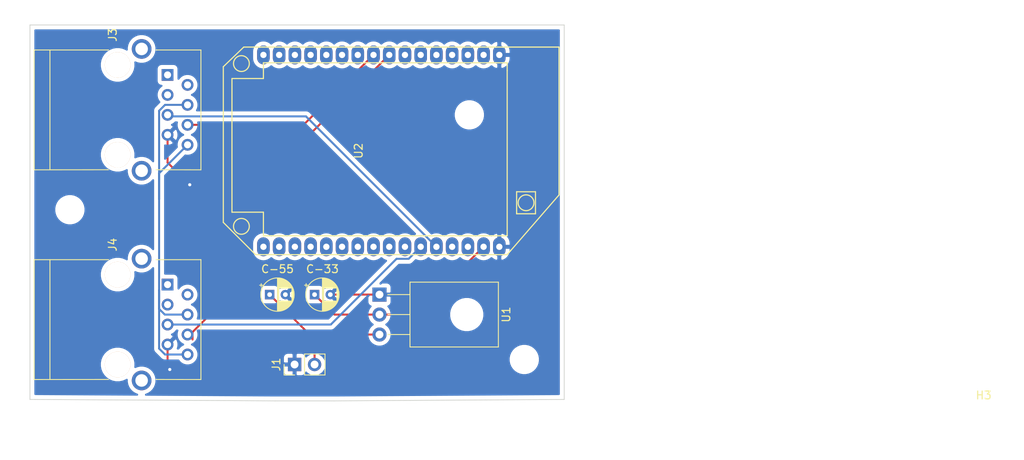
<source format=kicad_pcb>
(kicad_pcb (version 20171130) (host pcbnew 5.1.6-c6e7f7d~86~ubuntu18.04.1)

  (general
    (thickness 1.6)
    (drawings 7)
    (tracks 48)
    (zones 0)
    (modules 11)
    (nets 40)
  )

  (page A4)
  (layers
    (0 F.Cu signal)
    (31 B.Cu signal)
    (32 B.Adhes user)
    (33 F.Adhes user)
    (34 B.Paste user)
    (35 F.Paste user)
    (36 B.SilkS user)
    (37 F.SilkS user)
    (38 B.Mask user)
    (39 F.Mask user)
    (40 Dwgs.User user)
    (41 Cmts.User user)
    (42 Eco1.User user)
    (43 Eco2.User user)
    (44 Edge.Cuts user)
    (45 Margin user)
    (46 B.CrtYd user)
    (47 F.CrtYd user)
    (48 B.Fab user)
    (49 F.Fab user)
  )

  (setup
    (last_trace_width 0.25)
    (trace_clearance 0.2)
    (zone_clearance 0.508)
    (zone_45_only no)
    (trace_min 0.2)
    (via_size 0.8)
    (via_drill 0.4)
    (via_min_size 0.4)
    (via_min_drill 0.3)
    (uvia_size 0.3)
    (uvia_drill 0.1)
    (uvias_allowed no)
    (uvia_min_size 0.2)
    (uvia_min_drill 0.1)
    (edge_width 0.1)
    (segment_width 0.2)
    (pcb_text_width 0.3)
    (pcb_text_size 1.5 1.5)
    (mod_edge_width 0.15)
    (mod_text_size 1 1)
    (mod_text_width 0.15)
    (pad_size 1.524 1.524)
    (pad_drill 0.762)
    (pad_to_mask_clearance 0)
    (aux_axis_origin 0 0)
    (visible_elements FFFFFF7F)
    (pcbplotparams
      (layerselection 0x010fc_ffffffff)
      (usegerberextensions false)
      (usegerberattributes true)
      (usegerberadvancedattributes true)
      (creategerberjobfile true)
      (excludeedgelayer true)
      (linewidth 0.100000)
      (plotframeref false)
      (viasonmask false)
      (mode 1)
      (useauxorigin false)
      (hpglpennumber 1)
      (hpglpenspeed 20)
      (hpglpendiameter 15.000000)
      (psnegative false)
      (psa4output false)
      (plotreference true)
      (plotvalue true)
      (plotinvisibletext false)
      (padsonsilk false)
      (subtractmaskfromsilk false)
      (outputformat 1)
      (mirror false)
      (drillshape 0)
      (scaleselection 1)
      (outputdirectory "/data/custom/home/jhoersch/gerber/"))
  )

  (net 0 "")
  (net 1 Earth)
  (net 2 /3.3V)
  (net 3 "Net-(C-55-Pad1)")
  (net 4 /WAKE)
  (net 5 "Net-(J3-Pad6)")
  (net 6 "Net-(J3-Pad5)")
  (net 7 "Net-(J3-Pad3)")
  (net 8 "Net-(J3-Pad2)")
  (net 9 "Net-(J3-Pad1)")
  (net 10 "Net-(J4-Pad6)")
  (net 11 "Net-(J4-Pad5)")
  (net 12 "Net-(J4-Pad3)")
  (net 13 "Net-(J4-Pad2)")
  (net 14 "Net-(J4-Pad1)")
  (net 15 "Net-(SW-RST1-Pad2)")
  (net 16 "Net-(U2-Pad30)")
  (net 17 "Net-(U2-Pad29)")
  (net 18 "Net-(U2-Pad26)")
  (net 19 "Net-(U2-Pad25)")
  (net 20 "Net-(U2-Pad24)")
  (net 21 "Net-(U2-Pad23)")
  (net 22 "Net-(U2-Pad22)")
  (net 23 "Net-(U2-Pad21)")
  (net 24 "Net-(U2-Pad20)")
  (net 25 "Net-(U2-Pad19)")
  (net 26 "Net-(U2-Pad18)")
  (net 27 "Net-(U2-Pad17)")
  (net 28 "Net-(U2-Pad15)")
  (net 29 "Net-(U2-Pad14)")
  (net 30 "Net-(U2-Pad13)")
  (net 31 "Net-(U2-Pad12)")
  (net 32 "Net-(U2-Pad11)")
  (net 33 "Net-(U2-Pad10)")
  (net 34 "Net-(U2-Pad7)")
  (net 35 "Net-(U2-Pad6)")
  (net 36 "Net-(U2-Pad5)")
  (net 37 "Net-(U2-Pad4)")
  (net 38 "Net-(U2-Pad3)")
  (net 39 "Net-(U2-Pad2)")

  (net_class Default "This is the default net class."
    (clearance 0.2)
    (trace_width 0.25)
    (via_dia 0.8)
    (via_drill 0.4)
    (uvia_dia 0.3)
    (uvia_drill 0.1)
    (add_net /3.3V)
    (add_net /WAKE)
    (add_net Earth)
    (add_net "Net-(C-55-Pad1)")
    (add_net "Net-(J3-Pad1)")
    (add_net "Net-(J3-Pad2)")
    (add_net "Net-(J3-Pad3)")
    (add_net "Net-(J3-Pad5)")
    (add_net "Net-(J3-Pad6)")
    (add_net "Net-(J4-Pad1)")
    (add_net "Net-(J4-Pad2)")
    (add_net "Net-(J4-Pad3)")
    (add_net "Net-(J4-Pad5)")
    (add_net "Net-(J4-Pad6)")
    (add_net "Net-(SW-RST1-Pad2)")
    (add_net "Net-(U2-Pad10)")
    (add_net "Net-(U2-Pad11)")
    (add_net "Net-(U2-Pad12)")
    (add_net "Net-(U2-Pad13)")
    (add_net "Net-(U2-Pad14)")
    (add_net "Net-(U2-Pad15)")
    (add_net "Net-(U2-Pad17)")
    (add_net "Net-(U2-Pad18)")
    (add_net "Net-(U2-Pad19)")
    (add_net "Net-(U2-Pad2)")
    (add_net "Net-(U2-Pad20)")
    (add_net "Net-(U2-Pad21)")
    (add_net "Net-(U2-Pad22)")
    (add_net "Net-(U2-Pad23)")
    (add_net "Net-(U2-Pad24)")
    (add_net "Net-(U2-Pad25)")
    (add_net "Net-(U2-Pad26)")
    (add_net "Net-(U2-Pad29)")
    (add_net "Net-(U2-Pad3)")
    (add_net "Net-(U2-Pad30)")
    (add_net "Net-(U2-Pad4)")
    (add_net "Net-(U2-Pad5)")
    (add_net "Net-(U2-Pad6)")
    (add_net "Net-(U2-Pad7)")
  )

  (module Connector_PinHeader_2.54mm:PinHeader_1x02_P2.54mm_Vertical (layer F.Cu) (tedit 59FED5CC) (tstamp 5EECB6D1)
    (at 146.685 140.335 90)
    (descr "Through hole straight pin header, 1x02, 2.54mm pitch, single row")
    (tags "Through hole pin header THT 1x02 2.54mm single row")
    (path /5EF3C7D3)
    (fp_text reference J1 (at 0 -2.33 90) (layer F.SilkS)
      (effects (font (size 1 1) (thickness 0.15)))
    )
    (fp_text value Conn_01x02 (at 0 4.87 90) (layer F.Fab)
      (effects (font (size 1 1) (thickness 0.15)))
    )
    (fp_text user %R (at 0 1.27) (layer F.Fab)
      (effects (font (size 1 1) (thickness 0.15)))
    )
    (fp_line (start -0.635 -1.27) (end 1.27 -1.27) (layer F.Fab) (width 0.1))
    (fp_line (start 1.27 -1.27) (end 1.27 3.81) (layer F.Fab) (width 0.1))
    (fp_line (start 1.27 3.81) (end -1.27 3.81) (layer F.Fab) (width 0.1))
    (fp_line (start -1.27 3.81) (end -1.27 -0.635) (layer F.Fab) (width 0.1))
    (fp_line (start -1.27 -0.635) (end -0.635 -1.27) (layer F.Fab) (width 0.1))
    (fp_line (start -1.33 3.87) (end 1.33 3.87) (layer F.SilkS) (width 0.12))
    (fp_line (start -1.33 1.27) (end -1.33 3.87) (layer F.SilkS) (width 0.12))
    (fp_line (start 1.33 1.27) (end 1.33 3.87) (layer F.SilkS) (width 0.12))
    (fp_line (start -1.33 1.27) (end 1.33 1.27) (layer F.SilkS) (width 0.12))
    (fp_line (start -1.33 0) (end -1.33 -1.33) (layer F.SilkS) (width 0.12))
    (fp_line (start -1.33 -1.33) (end 0 -1.33) (layer F.SilkS) (width 0.12))
    (fp_line (start -1.8 -1.8) (end -1.8 4.35) (layer F.CrtYd) (width 0.05))
    (fp_line (start -1.8 4.35) (end 1.8 4.35) (layer F.CrtYd) (width 0.05))
    (fp_line (start 1.8 4.35) (end 1.8 -1.8) (layer F.CrtYd) (width 0.05))
    (fp_line (start 1.8 -1.8) (end -1.8 -1.8) (layer F.CrtYd) (width 0.05))
    (pad 2 thru_hole oval (at 0 2.54 90) (size 1.7 1.7) (drill 1) (layers *.Cu *.Mask)
      (net 3 "Net-(C-55-Pad1)"))
    (pad 1 thru_hole rect (at 0 0 90) (size 1.7 1.7) (drill 1) (layers *.Cu *.Mask)
      (net 1 Earth))
    (model ${KISYS3DMOD}/Connector_PinHeader_2.54mm.3dshapes/PinHeader_1x02_P2.54mm_Vertical.wrl
      (at (xyz 0 0 0))
      (scale (xyz 1 1 1))
      (rotate (xyz 0 0 0))
    )
  )

  (module Custom-Connectors:ONION_OMEGA2 (layer F.Cu) (tedit 59184A27) (tstamp 5EEBF062)
    (at 172.72 100.965 270)
    (path /5E976E24)
    (fp_text reference U2 (at 12.2 17.9 90) (layer F.SilkS)
      (effects (font (size 1 1) (thickness 0.15)))
    )
    (fp_text value Omega2+ (at 12.4 14.9 90) (layer F.Fab)
      (effects (font (size 1 1) (thickness 0.15)))
    )
    (fp_line (start 20.2 -4.6) (end 20.1 -4.6) (layer F.SilkS) (width 0.15))
    (fp_line (start 20.2 -2.2) (end 20.1 -2.2) (layer F.SilkS) (width 0.15))
    (fp_line (start 17.4 -4.6) (end 20.1 -4.6) (layer F.SilkS) (width 0.15))
    (fp_line (start 20.2 -4.6) (end 20.2 -2.2) (layer F.SilkS) (width 0.15))
    (fp_line (start 20.1 -2.2) (end 17.4 -2.2) (layer F.SilkS) (width 0.15))
    (fp_line (start 17.4 -2.2) (end 17.4 -4.6) (layer F.SilkS) (width 0.15))
    (fp_circle (center 18.8 -3.4) (end 19.8 -3.5) (layer F.SilkS) (width 0.15))
    (fp_line (start 2 -1) (end 23 -1) (layer F.SilkS) (width 0.15))
    (fp_line (start 23 -1) (end 23 30) (layer F.SilkS) (width 0.15))
    (fp_line (start 23 30) (end 20 30) (layer F.SilkS) (width 0.15))
    (fp_line (start 20 30) (end 20 34) (layer F.SilkS) (width 0.15))
    (fp_line (start 20 34) (end 3 34) (layer F.SilkS) (width 0.15))
    (fp_line (start 3 34) (end 3 30) (layer F.SilkS) (width 0.15))
    (fp_line (start 3 30) (end 1 30) (layer F.SilkS) (width 0.15))
    (fp_line (start 1 30) (end 1 -1) (layer F.SilkS) (width 0.15))
    (fp_line (start 1 -1) (end 2 -1) (layer F.SilkS) (width 0.15))
    (fp_circle (center 21.8 32.8) (end 22.8 32.7) (layer F.SilkS) (width 0.15))
    (fp_circle (center 1.1 32.8) (end 2.1 32.9) (layer F.SilkS) (width 0.15))
    (fp_line (start 25.4 31) (end 21.3 35.1) (layer F.SilkS) (width 0.15))
    (fp_line (start -1 32.5) (end 1.5 35.1) (layer F.SilkS) (width 0.15))
    (fp_line (start 1.5 35.1) (end 21.3 35.1) (layer F.SilkS) (width 0.15))
    (fp_line (start -1 -7.6) (end -1 32.5) (layer F.SilkS) (width 0.15))
    (fp_line (start 25.4 -1) (end 25.4 31) (layer F.SilkS) (width 0.15))
    (fp_line (start -1 -7.6) (end 17.8 -7.6) (layer F.SilkS) (width 0.15))
    (fp_line (start 17.8 -7.6) (end 25.4 -1) (layer F.SilkS) (width 0.15))
    (pad 1 thru_hole oval (at 0 0 270) (size 2.4 1.6) (drill 0.8) (layers *.Cu *.Mask)
      (net 1 Earth))
    (pad 2 thru_hole oval (at 0 2 270) (size 2.4 1.6) (drill 0.8) (layers *.Cu *.Mask)
      (net 39 "Net-(U2-Pad2)"))
    (pad 3 thru_hole oval (at 0 4 270) (size 2.4 1.6) (drill 0.8) (layers *.Cu *.Mask)
      (net 38 "Net-(U2-Pad3)"))
    (pad 4 thru_hole oval (at 0 6 270) (size 2.4 1.6) (drill 0.8) (layers *.Cu *.Mask)
      (net 37 "Net-(U2-Pad4)"))
    (pad 5 thru_hole oval (at 0 8 270) (size 2.4 1.6) (drill 0.8) (layers *.Cu *.Mask)
      (net 36 "Net-(U2-Pad5)"))
    (pad 6 thru_hole oval (at 0 10 270) (size 2.4 1.6) (drill 0.8) (layers *.Cu *.Mask)
      (net 35 "Net-(U2-Pad6)"))
    (pad 7 thru_hole oval (at 0 12 270) (size 2.4 1.6) (drill 0.8) (layers *.Cu *.Mask)
      (net 34 "Net-(U2-Pad7)"))
    (pad 8 thru_hole oval (at 0 14 270) (size 2.4 1.6) (drill 0.8) (layers *.Cu *.Mask)
      (net 10 "Net-(J4-Pad6)"))
    (pad 9 thru_hole oval (at 0 16 270) (size 2.4 1.6) (drill 0.8) (layers *.Cu *.Mask)
      (net 5 "Net-(J3-Pad6)"))
    (pad 10 thru_hole oval (at 0 18 270) (size 2.4 1.6) (drill 0.8) (layers *.Cu *.Mask)
      (net 33 "Net-(U2-Pad10)"))
    (pad 11 thru_hole oval (at 0 20 270) (size 2.4 1.6) (drill 0.8) (layers *.Cu *.Mask)
      (net 32 "Net-(U2-Pad11)"))
    (pad 12 thru_hole oval (at 0 22 270) (size 2.4 1.6) (drill 0.8) (layers *.Cu *.Mask)
      (net 31 "Net-(U2-Pad12)"))
    (pad 13 thru_hole oval (at 0 24 270) (size 2.4 1.6) (drill 0.8) (layers *.Cu *.Mask)
      (net 30 "Net-(U2-Pad13)"))
    (pad 14 thru_hole oval (at 0 26 270) (size 2.4 1.6) (drill 0.8) (layers *.Cu *.Mask)
      (net 29 "Net-(U2-Pad14)"))
    (pad 15 thru_hole oval (at 0 28 270) (size 2.4 1.6) (drill 0.8) (layers *.Cu *.Mask)
      (net 28 "Net-(U2-Pad15)"))
    (pad 16 thru_hole oval (at 0 30 270) (size 2.4 1.6) (drill 0.8) (layers *.Cu *.Mask)
      (net 15 "Net-(SW-RST1-Pad2)"))
    (pad 32 thru_hole oval (at 24.4 0 270) (size 2.4 1.6) (drill 0.8) (layers *.Cu *.Mask)
      (net 1 Earth))
    (pad 31 thru_hole oval (at 24.4 2 270) (size 2.4 1.6) (drill 0.8) (layers *.Cu *.Mask)
      (net 2 /3.3V))
    (pad 30 thru_hole oval (at 24.4 4 270) (size 2.4 1.6) (drill 0.8) (layers *.Cu *.Mask)
      (net 16 "Net-(U2-Pad30)"))
    (pad 29 thru_hole oval (at 24.4 6 270) (size 2.4 1.6) (drill 0.8) (layers *.Cu *.Mask)
      (net 17 "Net-(U2-Pad29)"))
    (pad 28 thru_hole oval (at 24.4 8 270) (size 2.4 1.6) (drill 0.8) (layers *.Cu *.Mask)
      (net 6 "Net-(J3-Pad5)"))
    (pad 27 thru_hole oval (at 24.4 10 270) (size 2.4 1.6) (drill 0.8) (layers *.Cu *.Mask)
      (net 11 "Net-(J4-Pad5)"))
    (pad 26 thru_hole oval (at 24.4 12 270) (size 2.4 1.6) (drill 0.8) (layers *.Cu *.Mask)
      (net 18 "Net-(U2-Pad26)"))
    (pad 25 thru_hole oval (at 24.4 14 270) (size 2.4 1.6) (drill 0.8) (layers *.Cu *.Mask)
      (net 19 "Net-(U2-Pad25)"))
    (pad 24 thru_hole oval (at 24.4 16 270) (size 2.4 1.6) (drill 0.8) (layers *.Cu *.Mask)
      (net 20 "Net-(U2-Pad24)"))
    (pad 23 thru_hole oval (at 24.4 18 270) (size 2.4 1.6) (drill 0.8) (layers *.Cu *.Mask)
      (net 21 "Net-(U2-Pad23)"))
    (pad 22 thru_hole oval (at 24.4 20 270) (size 2.4 1.6) (drill 0.8) (layers *.Cu *.Mask)
      (net 22 "Net-(U2-Pad22)"))
    (pad 21 thru_hole oval (at 24.4 22 270) (size 2.4 1.6) (drill 0.8) (layers *.Cu *.Mask)
      (net 23 "Net-(U2-Pad21)"))
    (pad 20 thru_hole oval (at 24.4 24 270) (size 2.4 1.6) (drill 0.8) (layers *.Cu *.Mask)
      (net 24 "Net-(U2-Pad20)"))
    (pad 19 thru_hole oval (at 24.4 26 270) (size 2.4 1.6) (drill 0.8) (layers *.Cu *.Mask)
      (net 25 "Net-(U2-Pad19)"))
    (pad 18 thru_hole oval (at 24.4 28 270) (size 2.4 1.6) (drill 0.8) (layers *.Cu *.Mask)
      (net 26 "Net-(U2-Pad18)"))
    (pad 17 thru_hole oval (at 24.4 30 270) (size 2.4 1.6) (drill 0.8) (layers *.Cu *.Mask)
      (net 27 "Net-(U2-Pad17)"))
  )

  (module Package_TO_SOT_THT:TO-126-3_Horizontal_TabDown (layer F.Cu) (tedit 5AC8BA0D) (tstamp 5EEBEFF6)
    (at 157.48 131.445 270)
    (descr "TO-126-3, Horizontal, RM 2.54mm, see https://www.diodes.com/assets/Package-Files/TO126.pdf")
    (tags "TO-126-3 Horizontal RM 2.54mm")
    (path /5E85107E)
    (fp_text reference U1 (at 2.54 -16.12 90) (layer F.SilkS)
      (effects (font (size 1 1) (thickness 0.15)))
    )
    (fp_text value LD1117S33TR_SOT223 (at 2.54 1.9 90) (layer F.Fab)
      (effects (font (size 1 1) (thickness 0.15)))
    )
    (fp_text user %R (at 2.54 -16.12 90) (layer F.Fab)
      (effects (font (size 1 1) (thickness 0.15)))
    )
    (fp_circle (center 2.54 -11.1) (end 4.14 -11.1) (layer F.Fab) (width 0.1))
    (fp_line (start -1.46 -4) (end -1.46 -15) (layer F.Fab) (width 0.1))
    (fp_line (start -1.46 -15) (end 6.54 -15) (layer F.Fab) (width 0.1))
    (fp_line (start 6.54 -15) (end 6.54 -4) (layer F.Fab) (width 0.1))
    (fp_line (start 6.54 -4) (end -1.46 -4) (layer F.Fab) (width 0.1))
    (fp_line (start 0 -4) (end 0 0) (layer F.Fab) (width 0.1))
    (fp_line (start 2.54 -4) (end 2.54 0) (layer F.Fab) (width 0.1))
    (fp_line (start 5.08 -4) (end 5.08 0) (layer F.Fab) (width 0.1))
    (fp_line (start -1.58 -3.88) (end 6.66 -3.88) (layer F.SilkS) (width 0.12))
    (fp_line (start -1.58 -15.12) (end 6.66 -15.12) (layer F.SilkS) (width 0.12))
    (fp_line (start -1.58 -15.12) (end -1.58 -3.88) (layer F.SilkS) (width 0.12))
    (fp_line (start 6.66 -15.12) (end 6.66 -3.88) (layer F.SilkS) (width 0.12))
    (fp_line (start 0 -3.88) (end 0 -1.05) (layer F.SilkS) (width 0.12))
    (fp_line (start 2.54 -3.88) (end 2.54 -1.066) (layer F.SilkS) (width 0.12))
    (fp_line (start 5.08 -3.88) (end 5.08 -1.066) (layer F.SilkS) (width 0.12))
    (fp_line (start -1.71 -15.25) (end -1.71 1.15) (layer F.CrtYd) (width 0.05))
    (fp_line (start -1.71 1.15) (end 6.79 1.15) (layer F.CrtYd) (width 0.05))
    (fp_line (start 6.79 1.15) (end 6.79 -15.25) (layer F.CrtYd) (width 0.05))
    (fp_line (start 6.79 -15.25) (end -1.71 -15.25) (layer F.CrtYd) (width 0.05))
    (pad 3 thru_hole oval (at 5.08 0 270) (size 1.8 1.8) (drill 1) (layers *.Cu *.Mask)
      (net 3 "Net-(C-55-Pad1)"))
    (pad 2 thru_hole oval (at 2.54 0 270) (size 1.8 1.8) (drill 1) (layers *.Cu *.Mask)
      (net 2 /3.3V))
    (pad 1 thru_hole rect (at 0 0 270) (size 1.8 1.8) (drill 1) (layers *.Cu *.Mask)
      (net 1 Earth))
    (pad "" np_thru_hole oval (at 2.54 -11.1 270) (size 3.2 3.2) (drill 3.2) (layers *.Cu *.Mask))
    (model ${KISYS3DMOD}/Package_TO_SOT_THT.3dshapes/TO-126-3_Horizontal_TabDown.wrl
      (at (xyz 0 0 0))
      (scale (xyz 1 1 1))
      (rotate (xyz 0 0 0))
    )
  )

  (module Custom-Connectors:MEBP_8-8G (layer F.Cu) (tedit 5945BAB3) (tstamp 5EEBEF68)
    (at 115.57 134.62 90)
    (descr "RJ45 connector shielded")
    (tags RJ45)
    (path /5E8543DE)
    (fp_text reference J4 (at 9.525 7.9756 270) (layer F.SilkS)
      (effects (font (size 1 1) (thickness 0.15)))
    )
    (fp_text value RJ45 (at -0.145 8.7106 90) (layer F.Fab)
      (effects (font (size 1 1) (thickness 0.15)))
    )
    (fp_line (start 7.6 0.0006) (end -7.6 0.0006) (layer F.SilkS) (width 0.12))
    (fp_line (start 7.615 -1.9994) (end -7.625 -1.9994) (layer F.SilkS) (width 0.12))
    (fp_line (start -7.625 19.2006) (end -7.615 13.5006) (layer F.SilkS) (width 0.12))
    (fp_line (start -7.625 19.2006) (end 7.615 19.2006) (layer F.SilkS) (width 0.12))
    (fp_line (start 7.615 19.2006) (end 7.615 13.5006) (layer F.SilkS) (width 0.12))
    (fp_line (start -7.615 7.4406) (end -7.625 -1.9994) (layer F.SilkS) (width 0.12))
    (fp_line (start 7.615 7.4506) (end 7.615 -1.9994) (layer F.SilkS) (width 0.12))
    (fp_line (start 8.005 19.5206) (end -8.015 19.5206) (layer F.CrtYd) (width 0.05))
    (fp_line (start 8.005 19.5006) (end 8.005 -2.4994) (layer F.CrtYd) (width 0.05))
    (fp_line (start -8.015 -2.4994) (end -8.015 19.5006) (layer F.CrtYd) (width 0.05))
    (fp_line (start -8.015 -2.4994) (end 8.005 -2.4994) (layer F.CrtYd) (width 0.05))
    (pad 9 thru_hole circle (at -7.745 11.6606 270) (size 2.5 2.5) (drill 1.6) (layers *.Cu *.Mask))
    (pad 8 thru_hole circle (at -4.445 17.5006 270) (size 1.5 1.5) (drill 0.9) (layers *.Cu *.Mask)
      (net 4 /WAKE))
    (pad 7 thru_hole circle (at -3.175 14.9606 270) (size 1.5 1.5) (drill 0.9) (layers *.Cu *.Mask)
      (net 1 Earth))
    (pad 6 thru_hole circle (at -1.905 17.5006 270) (size 1.5 1.5) (drill 0.9) (layers *.Cu *.Mask)
      (net 10 "Net-(J4-Pad6)"))
    (pad 5 thru_hole circle (at -0.635 14.9606 270) (size 1.5 1.5) (drill 0.9) (layers *.Cu *.Mask)
      (net 11 "Net-(J4-Pad5)"))
    (pad 4 thru_hole circle (at 0.635 17.5006 270) (size 1.5 1.5) (drill 0.9) (layers *.Cu *.Mask)
      (net 4 /WAKE))
    (pad 3 thru_hole circle (at 1.905 14.9606 270) (size 1.5 1.5) (drill 0.9) (layers *.Cu *.Mask)
      (net 12 "Net-(J4-Pad3)"))
    (pad 2 thru_hole circle (at 3.175 17.5006 270) (size 1.5 1.5) (drill 0.9) (layers *.Cu *.Mask)
      (net 13 "Net-(J4-Pad2)"))
    (pad 1 thru_hole rect (at 4.445 14.9606 270) (size 1.5 1.5) (drill 0.9) (layers *.Cu *.Mask)
      (net 14 "Net-(J4-Pad1)"))
    (pad "" np_thru_hole circle (at 5.715 8.6106 270) (size 3.25 3.25) (drill 3.25) (layers *.Cu *.SilkS *.Mask))
    (pad "" np_thru_hole circle (at -5.715 8.6106 270) (size 3.25 3.25) (drill 3.25) (layers *.Cu *.SilkS *.Mask))
    (pad 9 thru_hole circle (at 7.745 11.6606 270) (size 2.5 2.5) (drill 1.6) (layers *.Cu *.Mask))
    (model Connectors.3dshapes/RJ45_8.wrl
      (offset (xyz 0 -8.585199871063233 0))
      (scale (xyz 0.4 0.4 0.4))
      (rotate (xyz 0 0 180))
    )
  )

  (module Custom-Connectors:MEBP_8-8G (layer F.Cu) (tedit 5945BAB3) (tstamp 5EEBEF4D)
    (at 115.57 107.95 90)
    (descr "RJ45 connector shielded")
    (tags RJ45)
    (path /5E851BB2)
    (fp_text reference J3 (at 9.525 7.9756 270) (layer F.SilkS)
      (effects (font (size 1 1) (thickness 0.15)))
    )
    (fp_text value RJ45 (at -0.145 8.7106 90) (layer F.Fab)
      (effects (font (size 1 1) (thickness 0.15)))
    )
    (fp_line (start 7.6 0.0006) (end -7.6 0.0006) (layer F.SilkS) (width 0.12))
    (fp_line (start 7.615 -1.9994) (end -7.625 -1.9994) (layer F.SilkS) (width 0.12))
    (fp_line (start -7.625 19.2006) (end -7.615 13.5006) (layer F.SilkS) (width 0.12))
    (fp_line (start -7.625 19.2006) (end 7.615 19.2006) (layer F.SilkS) (width 0.12))
    (fp_line (start 7.615 19.2006) (end 7.615 13.5006) (layer F.SilkS) (width 0.12))
    (fp_line (start -7.615 7.4406) (end -7.625 -1.9994) (layer F.SilkS) (width 0.12))
    (fp_line (start 7.615 7.4506) (end 7.615 -1.9994) (layer F.SilkS) (width 0.12))
    (fp_line (start 8.005 19.5206) (end -8.015 19.5206) (layer F.CrtYd) (width 0.05))
    (fp_line (start 8.005 19.5006) (end 8.005 -2.4994) (layer F.CrtYd) (width 0.05))
    (fp_line (start -8.015 -2.4994) (end -8.015 19.5006) (layer F.CrtYd) (width 0.05))
    (fp_line (start -8.015 -2.4994) (end 8.005 -2.4994) (layer F.CrtYd) (width 0.05))
    (pad 9 thru_hole circle (at -7.745 11.6606 270) (size 2.5 2.5) (drill 1.6) (layers *.Cu *.Mask))
    (pad 8 thru_hole circle (at -4.445 17.5006 270) (size 1.5 1.5) (drill 0.9) (layers *.Cu *.Mask)
      (net 4 /WAKE))
    (pad 7 thru_hole circle (at -3.175 14.9606 270) (size 1.5 1.5) (drill 0.9) (layers *.Cu *.Mask)
      (net 1 Earth))
    (pad 6 thru_hole circle (at -1.905 17.5006 270) (size 1.5 1.5) (drill 0.9) (layers *.Cu *.Mask)
      (net 5 "Net-(J3-Pad6)"))
    (pad 5 thru_hole circle (at -0.635 14.9606 270) (size 1.5 1.5) (drill 0.9) (layers *.Cu *.Mask)
      (net 6 "Net-(J3-Pad5)"))
    (pad 4 thru_hole circle (at 0.635 17.5006 270) (size 1.5 1.5) (drill 0.9) (layers *.Cu *.Mask)
      (net 4 /WAKE))
    (pad 3 thru_hole circle (at 1.905 14.9606 270) (size 1.5 1.5) (drill 0.9) (layers *.Cu *.Mask)
      (net 7 "Net-(J3-Pad3)"))
    (pad 2 thru_hole circle (at 3.175 17.5006 270) (size 1.5 1.5) (drill 0.9) (layers *.Cu *.Mask)
      (net 8 "Net-(J3-Pad2)"))
    (pad 1 thru_hole rect (at 4.445 14.9606 270) (size 1.5 1.5) (drill 0.9) (layers *.Cu *.Mask)
      (net 9 "Net-(J3-Pad1)"))
    (pad "" np_thru_hole circle (at 5.715 8.6106 270) (size 3.25 3.25) (drill 3.25) (layers *.Cu *.SilkS *.Mask))
    (pad "" np_thru_hole circle (at -5.715 8.6106 270) (size 3.25 3.25) (drill 3.25) (layers *.Cu *.SilkS *.Mask))
    (pad 9 thru_hole circle (at 7.745 11.6606 270) (size 2.5 2.5) (drill 1.6) (layers *.Cu *.Mask))
    (model Connectors.3dshapes/RJ45_8.wrl
      (offset (xyz 0 -8.585199871063233 0))
      (scale (xyz 0.4 0.4 0.4))
      (rotate (xyz 0 0 180))
    )
  )

  (module MountingHole:MountingHole_2.7mm_M2.5 (layer F.Cu) (tedit 56D1B4CB) (tstamp 5EEBEF03)
    (at 118.11 120.65)
    (descr "Mounting Hole 2.7mm, no annular, M2.5")
    (tags "mounting hole 2.7mm no annular m2.5")
    (path /5E8BC62B)
    (attr virtual)
    (fp_text reference H4 (at 0 -3.7) (layer F.SilkS) hide
      (effects (font (size 1 1) (thickness 0.15)))
    )
    (fp_text value MountingHole (at 0 3.7) (layer F.Fab)
      (effects (font (size 1 1) (thickness 0.15)))
    )
    (fp_text user %R (at 0.3 0) (layer F.Fab)
      (effects (font (size 1 1) (thickness 0.15)))
    )
    (fp_circle (center 0 0) (end 2.7 0) (layer Cmts.User) (width 0.15))
    (fp_circle (center 0 0) (end 2.95 0) (layer F.CrtYd) (width 0.05))
    (pad 1 np_thru_hole circle (at 0 0) (size 2.7 2.7) (drill 2.7) (layers *.Cu *.Mask))
  )

  (module MountingHole:MountingHole_2.7mm_M2.5 (layer F.Cu) (tedit 56D1B4CB) (tstamp 5EEBEEFB)
    (at 234.315 147.955)
    (descr "Mounting Hole 2.7mm, no annular, M2.5")
    (tags "mounting hole 2.7mm no annular m2.5")
    (path /5E8B5CFD)
    (attr virtual)
    (fp_text reference H3 (at 0 -3.7) (layer F.SilkS)
      (effects (font (size 1 1) (thickness 0.15)))
    )
    (fp_text value MountingHole (at 0 3.7) (layer F.Fab)
      (effects (font (size 1 1) (thickness 0.15)))
    )
    (fp_text user %R (at 0.3 0) (layer F.Fab)
      (effects (font (size 1 1) (thickness 0.15)))
    )
    (fp_circle (center 0 0) (end 2.7 0) (layer Cmts.User) (width 0.15))
    (fp_circle (center 0 0) (end 2.95 0) (layer F.CrtYd) (width 0.05))
    (pad 1 np_thru_hole circle (at 0 0) (size 2.7 2.7) (drill 2.7) (layers *.Cu *.Mask))
  )

  (module MountingHole:MountingHole_2.7mm_M2.5 (layer F.Cu) (tedit 56D1B4CB) (tstamp 5EEBEEF3)
    (at 168.91 108.585)
    (descr "Mounting Hole 2.7mm, no annular, M2.5")
    (tags "mounting hole 2.7mm no annular m2.5")
    (path /5E8B60D4)
    (attr virtual)
    (fp_text reference H2 (at 0 -3.7) (layer F.SilkS) hide
      (effects (font (size 1 1) (thickness 0.15)))
    )
    (fp_text value MountingHole (at 0 3.7) (layer F.Fab)
      (effects (font (size 1 1) (thickness 0.15)))
    )
    (fp_text user %R (at 0.3 0) (layer F.Fab)
      (effects (font (size 1 1) (thickness 0.15)))
    )
    (fp_circle (center 0 0) (end 2.7 0) (layer Cmts.User) (width 0.15))
    (fp_circle (center 0 0) (end 2.95 0) (layer F.CrtYd) (width 0.05))
    (pad 1 np_thru_hole circle (at 0 0) (size 2.7 2.7) (drill 2.7) (layers *.Cu *.Mask))
  )

  (module MountingHole:MountingHole_2.7mm_M2.5 (layer F.Cu) (tedit 56D1B4CB) (tstamp 5EEBEEEB)
    (at 175.895 139.7)
    (descr "Mounting Hole 2.7mm, no annular, M2.5")
    (tags "mounting hole 2.7mm no annular m2.5")
    (path /5E8B58E2)
    (attr virtual)
    (fp_text reference H1 (at 0 -3.7) (layer F.SilkS) hide
      (effects (font (size 1 1) (thickness 0.15)))
    )
    (fp_text value MountingHole (at 0 3.7) (layer F.Fab)
      (effects (font (size 1 1) (thickness 0.15)))
    )
    (fp_text user %R (at 0.3 0) (layer F.Fab)
      (effects (font (size 1 1) (thickness 0.15)))
    )
    (fp_circle (center 0 0) (end 2.7 0) (layer Cmts.User) (width 0.15))
    (fp_circle (center 0 0) (end 2.95 0) (layer F.CrtYd) (width 0.05))
    (pad 1 np_thru_hole circle (at 0 0) (size 2.7 2.7) (drill 2.7) (layers *.Cu *.Mask))
  )

  (module Capacitor_THT:CP_Radial_D4.0mm_P2.00mm (layer F.Cu) (tedit 5AE50EF0) (tstamp 5EEBEEE3)
    (at 143.51 131.445)
    (descr "CP, Radial series, Radial, pin pitch=2.00mm, , diameter=4mm, Electrolytic Capacitor")
    (tags "CP Radial series Radial pin pitch 2.00mm  diameter 4mm Electrolytic Capacitor")
    (path /5E84FD27)
    (fp_text reference C-55 (at 1 -3.25) (layer F.SilkS)
      (effects (font (size 1 1) (thickness 0.15)))
    )
    (fp_text value CP (at 1 3.25) (layer F.Fab)
      (effects (font (size 1 1) (thickness 0.15)))
    )
    (fp_text user %R (at 1 0) (layer F.Fab)
      (effects (font (size 0.8 0.8) (thickness 0.12)))
    )
    (fp_circle (center 1 0) (end 3 0) (layer F.Fab) (width 0.1))
    (fp_circle (center 1 0) (end 3.12 0) (layer F.SilkS) (width 0.12))
    (fp_circle (center 1 0) (end 3.25 0) (layer F.CrtYd) (width 0.05))
    (fp_line (start -0.702554 -0.8675) (end -0.302554 -0.8675) (layer F.Fab) (width 0.1))
    (fp_line (start -0.502554 -1.0675) (end -0.502554 -0.6675) (layer F.Fab) (width 0.1))
    (fp_line (start 1 -2.08) (end 1 2.08) (layer F.SilkS) (width 0.12))
    (fp_line (start 1.04 -2.08) (end 1.04 2.08) (layer F.SilkS) (width 0.12))
    (fp_line (start 1.08 -2.079) (end 1.08 2.079) (layer F.SilkS) (width 0.12))
    (fp_line (start 1.12 -2.077) (end 1.12 2.077) (layer F.SilkS) (width 0.12))
    (fp_line (start 1.16 -2.074) (end 1.16 2.074) (layer F.SilkS) (width 0.12))
    (fp_line (start 1.2 -2.071) (end 1.2 -0.84) (layer F.SilkS) (width 0.12))
    (fp_line (start 1.2 0.84) (end 1.2 2.071) (layer F.SilkS) (width 0.12))
    (fp_line (start 1.24 -2.067) (end 1.24 -0.84) (layer F.SilkS) (width 0.12))
    (fp_line (start 1.24 0.84) (end 1.24 2.067) (layer F.SilkS) (width 0.12))
    (fp_line (start 1.28 -2.062) (end 1.28 -0.84) (layer F.SilkS) (width 0.12))
    (fp_line (start 1.28 0.84) (end 1.28 2.062) (layer F.SilkS) (width 0.12))
    (fp_line (start 1.32 -2.056) (end 1.32 -0.84) (layer F.SilkS) (width 0.12))
    (fp_line (start 1.32 0.84) (end 1.32 2.056) (layer F.SilkS) (width 0.12))
    (fp_line (start 1.36 -2.05) (end 1.36 -0.84) (layer F.SilkS) (width 0.12))
    (fp_line (start 1.36 0.84) (end 1.36 2.05) (layer F.SilkS) (width 0.12))
    (fp_line (start 1.4 -2.042) (end 1.4 -0.84) (layer F.SilkS) (width 0.12))
    (fp_line (start 1.4 0.84) (end 1.4 2.042) (layer F.SilkS) (width 0.12))
    (fp_line (start 1.44 -2.034) (end 1.44 -0.84) (layer F.SilkS) (width 0.12))
    (fp_line (start 1.44 0.84) (end 1.44 2.034) (layer F.SilkS) (width 0.12))
    (fp_line (start 1.48 -2.025) (end 1.48 -0.84) (layer F.SilkS) (width 0.12))
    (fp_line (start 1.48 0.84) (end 1.48 2.025) (layer F.SilkS) (width 0.12))
    (fp_line (start 1.52 -2.016) (end 1.52 -0.84) (layer F.SilkS) (width 0.12))
    (fp_line (start 1.52 0.84) (end 1.52 2.016) (layer F.SilkS) (width 0.12))
    (fp_line (start 1.56 -2.005) (end 1.56 -0.84) (layer F.SilkS) (width 0.12))
    (fp_line (start 1.56 0.84) (end 1.56 2.005) (layer F.SilkS) (width 0.12))
    (fp_line (start 1.6 -1.994) (end 1.6 -0.84) (layer F.SilkS) (width 0.12))
    (fp_line (start 1.6 0.84) (end 1.6 1.994) (layer F.SilkS) (width 0.12))
    (fp_line (start 1.64 -1.982) (end 1.64 -0.84) (layer F.SilkS) (width 0.12))
    (fp_line (start 1.64 0.84) (end 1.64 1.982) (layer F.SilkS) (width 0.12))
    (fp_line (start 1.68 -1.968) (end 1.68 -0.84) (layer F.SilkS) (width 0.12))
    (fp_line (start 1.68 0.84) (end 1.68 1.968) (layer F.SilkS) (width 0.12))
    (fp_line (start 1.721 -1.954) (end 1.721 -0.84) (layer F.SilkS) (width 0.12))
    (fp_line (start 1.721 0.84) (end 1.721 1.954) (layer F.SilkS) (width 0.12))
    (fp_line (start 1.761 -1.94) (end 1.761 -0.84) (layer F.SilkS) (width 0.12))
    (fp_line (start 1.761 0.84) (end 1.761 1.94) (layer F.SilkS) (width 0.12))
    (fp_line (start 1.801 -1.924) (end 1.801 -0.84) (layer F.SilkS) (width 0.12))
    (fp_line (start 1.801 0.84) (end 1.801 1.924) (layer F.SilkS) (width 0.12))
    (fp_line (start 1.841 -1.907) (end 1.841 -0.84) (layer F.SilkS) (width 0.12))
    (fp_line (start 1.841 0.84) (end 1.841 1.907) (layer F.SilkS) (width 0.12))
    (fp_line (start 1.881 -1.889) (end 1.881 -0.84) (layer F.SilkS) (width 0.12))
    (fp_line (start 1.881 0.84) (end 1.881 1.889) (layer F.SilkS) (width 0.12))
    (fp_line (start 1.921 -1.87) (end 1.921 -0.84) (layer F.SilkS) (width 0.12))
    (fp_line (start 1.921 0.84) (end 1.921 1.87) (layer F.SilkS) (width 0.12))
    (fp_line (start 1.961 -1.851) (end 1.961 -0.84) (layer F.SilkS) (width 0.12))
    (fp_line (start 1.961 0.84) (end 1.961 1.851) (layer F.SilkS) (width 0.12))
    (fp_line (start 2.001 -1.83) (end 2.001 -0.84) (layer F.SilkS) (width 0.12))
    (fp_line (start 2.001 0.84) (end 2.001 1.83) (layer F.SilkS) (width 0.12))
    (fp_line (start 2.041 -1.808) (end 2.041 -0.84) (layer F.SilkS) (width 0.12))
    (fp_line (start 2.041 0.84) (end 2.041 1.808) (layer F.SilkS) (width 0.12))
    (fp_line (start 2.081 -1.785) (end 2.081 -0.84) (layer F.SilkS) (width 0.12))
    (fp_line (start 2.081 0.84) (end 2.081 1.785) (layer F.SilkS) (width 0.12))
    (fp_line (start 2.121 -1.76) (end 2.121 -0.84) (layer F.SilkS) (width 0.12))
    (fp_line (start 2.121 0.84) (end 2.121 1.76) (layer F.SilkS) (width 0.12))
    (fp_line (start 2.161 -1.735) (end 2.161 -0.84) (layer F.SilkS) (width 0.12))
    (fp_line (start 2.161 0.84) (end 2.161 1.735) (layer F.SilkS) (width 0.12))
    (fp_line (start 2.201 -1.708) (end 2.201 -0.84) (layer F.SilkS) (width 0.12))
    (fp_line (start 2.201 0.84) (end 2.201 1.708) (layer F.SilkS) (width 0.12))
    (fp_line (start 2.241 -1.68) (end 2.241 -0.84) (layer F.SilkS) (width 0.12))
    (fp_line (start 2.241 0.84) (end 2.241 1.68) (layer F.SilkS) (width 0.12))
    (fp_line (start 2.281 -1.65) (end 2.281 -0.84) (layer F.SilkS) (width 0.12))
    (fp_line (start 2.281 0.84) (end 2.281 1.65) (layer F.SilkS) (width 0.12))
    (fp_line (start 2.321 -1.619) (end 2.321 -0.84) (layer F.SilkS) (width 0.12))
    (fp_line (start 2.321 0.84) (end 2.321 1.619) (layer F.SilkS) (width 0.12))
    (fp_line (start 2.361 -1.587) (end 2.361 -0.84) (layer F.SilkS) (width 0.12))
    (fp_line (start 2.361 0.84) (end 2.361 1.587) (layer F.SilkS) (width 0.12))
    (fp_line (start 2.401 -1.552) (end 2.401 -0.84) (layer F.SilkS) (width 0.12))
    (fp_line (start 2.401 0.84) (end 2.401 1.552) (layer F.SilkS) (width 0.12))
    (fp_line (start 2.441 -1.516) (end 2.441 -0.84) (layer F.SilkS) (width 0.12))
    (fp_line (start 2.441 0.84) (end 2.441 1.516) (layer F.SilkS) (width 0.12))
    (fp_line (start 2.481 -1.478) (end 2.481 -0.84) (layer F.SilkS) (width 0.12))
    (fp_line (start 2.481 0.84) (end 2.481 1.478) (layer F.SilkS) (width 0.12))
    (fp_line (start 2.521 -1.438) (end 2.521 -0.84) (layer F.SilkS) (width 0.12))
    (fp_line (start 2.521 0.84) (end 2.521 1.438) (layer F.SilkS) (width 0.12))
    (fp_line (start 2.561 -1.396) (end 2.561 -0.84) (layer F.SilkS) (width 0.12))
    (fp_line (start 2.561 0.84) (end 2.561 1.396) (layer F.SilkS) (width 0.12))
    (fp_line (start 2.601 -1.351) (end 2.601 -0.84) (layer F.SilkS) (width 0.12))
    (fp_line (start 2.601 0.84) (end 2.601 1.351) (layer F.SilkS) (width 0.12))
    (fp_line (start 2.641 -1.304) (end 2.641 -0.84) (layer F.SilkS) (width 0.12))
    (fp_line (start 2.641 0.84) (end 2.641 1.304) (layer F.SilkS) (width 0.12))
    (fp_line (start 2.681 -1.254) (end 2.681 -0.84) (layer F.SilkS) (width 0.12))
    (fp_line (start 2.681 0.84) (end 2.681 1.254) (layer F.SilkS) (width 0.12))
    (fp_line (start 2.721 -1.2) (end 2.721 -0.84) (layer F.SilkS) (width 0.12))
    (fp_line (start 2.721 0.84) (end 2.721 1.2) (layer F.SilkS) (width 0.12))
    (fp_line (start 2.761 -1.142) (end 2.761 -0.84) (layer F.SilkS) (width 0.12))
    (fp_line (start 2.761 0.84) (end 2.761 1.142) (layer F.SilkS) (width 0.12))
    (fp_line (start 2.801 -1.08) (end 2.801 -0.84) (layer F.SilkS) (width 0.12))
    (fp_line (start 2.801 0.84) (end 2.801 1.08) (layer F.SilkS) (width 0.12))
    (fp_line (start 2.841 -1.013) (end 2.841 1.013) (layer F.SilkS) (width 0.12))
    (fp_line (start 2.881 -0.94) (end 2.881 0.94) (layer F.SilkS) (width 0.12))
    (fp_line (start 2.921 -0.859) (end 2.921 0.859) (layer F.SilkS) (width 0.12))
    (fp_line (start 2.961 -0.768) (end 2.961 0.768) (layer F.SilkS) (width 0.12))
    (fp_line (start 3.001 -0.664) (end 3.001 0.664) (layer F.SilkS) (width 0.12))
    (fp_line (start 3.041 -0.537) (end 3.041 0.537) (layer F.SilkS) (width 0.12))
    (fp_line (start 3.081 -0.37) (end 3.081 0.37) (layer F.SilkS) (width 0.12))
    (fp_line (start -1.269801 -1.195) (end -0.869801 -1.195) (layer F.SilkS) (width 0.12))
    (fp_line (start -1.069801 -1.395) (end -1.069801 -0.995) (layer F.SilkS) (width 0.12))
    (pad 2 thru_hole circle (at 2 0) (size 1.2 1.2) (drill 0.6) (layers *.Cu *.Mask)
      (net 1 Earth))
    (pad 1 thru_hole rect (at 0 0) (size 1.2 1.2) (drill 0.6) (layers *.Cu *.Mask)
      (net 3 "Net-(C-55-Pad1)"))
    (model ${KISYS3DMOD}/Capacitor_THT.3dshapes/CP_Radial_D4.0mm_P2.00mm.wrl
      (at (xyz 0 0 0))
      (scale (xyz 1 1 1))
      (rotate (xyz 0 0 0))
    )
  )

  (module Capacitor_THT:CP_Radial_D4.0mm_P2.00mm (layer F.Cu) (tedit 5AE50EF0) (tstamp 5EEBEE77)
    (at 149.225 131.445)
    (descr "CP, Radial series, Radial, pin pitch=2.00mm, , diameter=4mm, Electrolytic Capacitor")
    (tags "CP Radial series Radial pin pitch 2.00mm  diameter 4mm Electrolytic Capacitor")
    (path /5E84F6CF)
    (fp_text reference C-33 (at 1 -3.25) (layer F.SilkS)
      (effects (font (size 1 1) (thickness 0.15)))
    )
    (fp_text value CP (at 1 3.25) (layer F.Fab)
      (effects (font (size 1 1) (thickness 0.15)))
    )
    (fp_text user %R (at 1 0) (layer F.Fab)
      (effects (font (size 0.8 0.8) (thickness 0.12)))
    )
    (fp_circle (center 1 0) (end 3 0) (layer F.Fab) (width 0.1))
    (fp_circle (center 1 0) (end 3.12 0) (layer F.SilkS) (width 0.12))
    (fp_circle (center 1 0) (end 3.25 0) (layer F.CrtYd) (width 0.05))
    (fp_line (start -0.702554 -0.8675) (end -0.302554 -0.8675) (layer F.Fab) (width 0.1))
    (fp_line (start -0.502554 -1.0675) (end -0.502554 -0.6675) (layer F.Fab) (width 0.1))
    (fp_line (start 1 -2.08) (end 1 2.08) (layer F.SilkS) (width 0.12))
    (fp_line (start 1.04 -2.08) (end 1.04 2.08) (layer F.SilkS) (width 0.12))
    (fp_line (start 1.08 -2.079) (end 1.08 2.079) (layer F.SilkS) (width 0.12))
    (fp_line (start 1.12 -2.077) (end 1.12 2.077) (layer F.SilkS) (width 0.12))
    (fp_line (start 1.16 -2.074) (end 1.16 2.074) (layer F.SilkS) (width 0.12))
    (fp_line (start 1.2 -2.071) (end 1.2 -0.84) (layer F.SilkS) (width 0.12))
    (fp_line (start 1.2 0.84) (end 1.2 2.071) (layer F.SilkS) (width 0.12))
    (fp_line (start 1.24 -2.067) (end 1.24 -0.84) (layer F.SilkS) (width 0.12))
    (fp_line (start 1.24 0.84) (end 1.24 2.067) (layer F.SilkS) (width 0.12))
    (fp_line (start 1.28 -2.062) (end 1.28 -0.84) (layer F.SilkS) (width 0.12))
    (fp_line (start 1.28 0.84) (end 1.28 2.062) (layer F.SilkS) (width 0.12))
    (fp_line (start 1.32 -2.056) (end 1.32 -0.84) (layer F.SilkS) (width 0.12))
    (fp_line (start 1.32 0.84) (end 1.32 2.056) (layer F.SilkS) (width 0.12))
    (fp_line (start 1.36 -2.05) (end 1.36 -0.84) (layer F.SilkS) (width 0.12))
    (fp_line (start 1.36 0.84) (end 1.36 2.05) (layer F.SilkS) (width 0.12))
    (fp_line (start 1.4 -2.042) (end 1.4 -0.84) (layer F.SilkS) (width 0.12))
    (fp_line (start 1.4 0.84) (end 1.4 2.042) (layer F.SilkS) (width 0.12))
    (fp_line (start 1.44 -2.034) (end 1.44 -0.84) (layer F.SilkS) (width 0.12))
    (fp_line (start 1.44 0.84) (end 1.44 2.034) (layer F.SilkS) (width 0.12))
    (fp_line (start 1.48 -2.025) (end 1.48 -0.84) (layer F.SilkS) (width 0.12))
    (fp_line (start 1.48 0.84) (end 1.48 2.025) (layer F.SilkS) (width 0.12))
    (fp_line (start 1.52 -2.016) (end 1.52 -0.84) (layer F.SilkS) (width 0.12))
    (fp_line (start 1.52 0.84) (end 1.52 2.016) (layer F.SilkS) (width 0.12))
    (fp_line (start 1.56 -2.005) (end 1.56 -0.84) (layer F.SilkS) (width 0.12))
    (fp_line (start 1.56 0.84) (end 1.56 2.005) (layer F.SilkS) (width 0.12))
    (fp_line (start 1.6 -1.994) (end 1.6 -0.84) (layer F.SilkS) (width 0.12))
    (fp_line (start 1.6 0.84) (end 1.6 1.994) (layer F.SilkS) (width 0.12))
    (fp_line (start 1.64 -1.982) (end 1.64 -0.84) (layer F.SilkS) (width 0.12))
    (fp_line (start 1.64 0.84) (end 1.64 1.982) (layer F.SilkS) (width 0.12))
    (fp_line (start 1.68 -1.968) (end 1.68 -0.84) (layer F.SilkS) (width 0.12))
    (fp_line (start 1.68 0.84) (end 1.68 1.968) (layer F.SilkS) (width 0.12))
    (fp_line (start 1.721 -1.954) (end 1.721 -0.84) (layer F.SilkS) (width 0.12))
    (fp_line (start 1.721 0.84) (end 1.721 1.954) (layer F.SilkS) (width 0.12))
    (fp_line (start 1.761 -1.94) (end 1.761 -0.84) (layer F.SilkS) (width 0.12))
    (fp_line (start 1.761 0.84) (end 1.761 1.94) (layer F.SilkS) (width 0.12))
    (fp_line (start 1.801 -1.924) (end 1.801 -0.84) (layer F.SilkS) (width 0.12))
    (fp_line (start 1.801 0.84) (end 1.801 1.924) (layer F.SilkS) (width 0.12))
    (fp_line (start 1.841 -1.907) (end 1.841 -0.84) (layer F.SilkS) (width 0.12))
    (fp_line (start 1.841 0.84) (end 1.841 1.907) (layer F.SilkS) (width 0.12))
    (fp_line (start 1.881 -1.889) (end 1.881 -0.84) (layer F.SilkS) (width 0.12))
    (fp_line (start 1.881 0.84) (end 1.881 1.889) (layer F.SilkS) (width 0.12))
    (fp_line (start 1.921 -1.87) (end 1.921 -0.84) (layer F.SilkS) (width 0.12))
    (fp_line (start 1.921 0.84) (end 1.921 1.87) (layer F.SilkS) (width 0.12))
    (fp_line (start 1.961 -1.851) (end 1.961 -0.84) (layer F.SilkS) (width 0.12))
    (fp_line (start 1.961 0.84) (end 1.961 1.851) (layer F.SilkS) (width 0.12))
    (fp_line (start 2.001 -1.83) (end 2.001 -0.84) (layer F.SilkS) (width 0.12))
    (fp_line (start 2.001 0.84) (end 2.001 1.83) (layer F.SilkS) (width 0.12))
    (fp_line (start 2.041 -1.808) (end 2.041 -0.84) (layer F.SilkS) (width 0.12))
    (fp_line (start 2.041 0.84) (end 2.041 1.808) (layer F.SilkS) (width 0.12))
    (fp_line (start 2.081 -1.785) (end 2.081 -0.84) (layer F.SilkS) (width 0.12))
    (fp_line (start 2.081 0.84) (end 2.081 1.785) (layer F.SilkS) (width 0.12))
    (fp_line (start 2.121 -1.76) (end 2.121 -0.84) (layer F.SilkS) (width 0.12))
    (fp_line (start 2.121 0.84) (end 2.121 1.76) (layer F.SilkS) (width 0.12))
    (fp_line (start 2.161 -1.735) (end 2.161 -0.84) (layer F.SilkS) (width 0.12))
    (fp_line (start 2.161 0.84) (end 2.161 1.735) (layer F.SilkS) (width 0.12))
    (fp_line (start 2.201 -1.708) (end 2.201 -0.84) (layer F.SilkS) (width 0.12))
    (fp_line (start 2.201 0.84) (end 2.201 1.708) (layer F.SilkS) (width 0.12))
    (fp_line (start 2.241 -1.68) (end 2.241 -0.84) (layer F.SilkS) (width 0.12))
    (fp_line (start 2.241 0.84) (end 2.241 1.68) (layer F.SilkS) (width 0.12))
    (fp_line (start 2.281 -1.65) (end 2.281 -0.84) (layer F.SilkS) (width 0.12))
    (fp_line (start 2.281 0.84) (end 2.281 1.65) (layer F.SilkS) (width 0.12))
    (fp_line (start 2.321 -1.619) (end 2.321 -0.84) (layer F.SilkS) (width 0.12))
    (fp_line (start 2.321 0.84) (end 2.321 1.619) (layer F.SilkS) (width 0.12))
    (fp_line (start 2.361 -1.587) (end 2.361 -0.84) (layer F.SilkS) (width 0.12))
    (fp_line (start 2.361 0.84) (end 2.361 1.587) (layer F.SilkS) (width 0.12))
    (fp_line (start 2.401 -1.552) (end 2.401 -0.84) (layer F.SilkS) (width 0.12))
    (fp_line (start 2.401 0.84) (end 2.401 1.552) (layer F.SilkS) (width 0.12))
    (fp_line (start 2.441 -1.516) (end 2.441 -0.84) (layer F.SilkS) (width 0.12))
    (fp_line (start 2.441 0.84) (end 2.441 1.516) (layer F.SilkS) (width 0.12))
    (fp_line (start 2.481 -1.478) (end 2.481 -0.84) (layer F.SilkS) (width 0.12))
    (fp_line (start 2.481 0.84) (end 2.481 1.478) (layer F.SilkS) (width 0.12))
    (fp_line (start 2.521 -1.438) (end 2.521 -0.84) (layer F.SilkS) (width 0.12))
    (fp_line (start 2.521 0.84) (end 2.521 1.438) (layer F.SilkS) (width 0.12))
    (fp_line (start 2.561 -1.396) (end 2.561 -0.84) (layer F.SilkS) (width 0.12))
    (fp_line (start 2.561 0.84) (end 2.561 1.396) (layer F.SilkS) (width 0.12))
    (fp_line (start 2.601 -1.351) (end 2.601 -0.84) (layer F.SilkS) (width 0.12))
    (fp_line (start 2.601 0.84) (end 2.601 1.351) (layer F.SilkS) (width 0.12))
    (fp_line (start 2.641 -1.304) (end 2.641 -0.84) (layer F.SilkS) (width 0.12))
    (fp_line (start 2.641 0.84) (end 2.641 1.304) (layer F.SilkS) (width 0.12))
    (fp_line (start 2.681 -1.254) (end 2.681 -0.84) (layer F.SilkS) (width 0.12))
    (fp_line (start 2.681 0.84) (end 2.681 1.254) (layer F.SilkS) (width 0.12))
    (fp_line (start 2.721 -1.2) (end 2.721 -0.84) (layer F.SilkS) (width 0.12))
    (fp_line (start 2.721 0.84) (end 2.721 1.2) (layer F.SilkS) (width 0.12))
    (fp_line (start 2.761 -1.142) (end 2.761 -0.84) (layer F.SilkS) (width 0.12))
    (fp_line (start 2.761 0.84) (end 2.761 1.142) (layer F.SilkS) (width 0.12))
    (fp_line (start 2.801 -1.08) (end 2.801 -0.84) (layer F.SilkS) (width 0.12))
    (fp_line (start 2.801 0.84) (end 2.801 1.08) (layer F.SilkS) (width 0.12))
    (fp_line (start 2.841 -1.013) (end 2.841 1.013) (layer F.SilkS) (width 0.12))
    (fp_line (start 2.881 -0.94) (end 2.881 0.94) (layer F.SilkS) (width 0.12))
    (fp_line (start 2.921 -0.859) (end 2.921 0.859) (layer F.SilkS) (width 0.12))
    (fp_line (start 2.961 -0.768) (end 2.961 0.768) (layer F.SilkS) (width 0.12))
    (fp_line (start 3.001 -0.664) (end 3.001 0.664) (layer F.SilkS) (width 0.12))
    (fp_line (start 3.041 -0.537) (end 3.041 0.537) (layer F.SilkS) (width 0.12))
    (fp_line (start 3.081 -0.37) (end 3.081 0.37) (layer F.SilkS) (width 0.12))
    (fp_line (start -1.269801 -1.195) (end -0.869801 -1.195) (layer F.SilkS) (width 0.12))
    (fp_line (start -1.069801 -1.395) (end -1.069801 -0.995) (layer F.SilkS) (width 0.12))
    (pad 2 thru_hole circle (at 2 0) (size 1.2 1.2) (drill 0.6) (layers *.Cu *.Mask)
      (net 1 Earth))
    (pad 1 thru_hole rect (at 0 0) (size 1.2 1.2) (drill 0.6) (layers *.Cu *.Mask)
      (net 2 /3.3V))
    (model ${KISYS3DMOD}/Capacitor_THT.3dshapes/CP_Radial_D4.0mm_P2.00mm.wrl
      (at (xyz 0 0 0))
      (scale (xyz 1 1 1))
      (rotate (xyz 0 0 0))
    )
  )

  (gr_line (start 144.205 144.96) (end 151.705 144.96) (layer Edge.Cuts) (width 0.1) (tstamp 5EECB8A4))
  (gr_line (start 144.205 144.96) (end 113.665 144.78) (layer Edge.Cuts) (width 0.1) (tstamp 5EECB0CB))
  (gr_line (start 180.975 144.78) (end 151.705 144.96) (layer Edge.Cuts) (width 0.1))
  (gr_line (start 113.03 144.78) (end 113.665 144.78) (layer Edge.Cuts) (width 0.1) (tstamp 5EECA74A))
  (gr_line (start 113.03 97.155) (end 113.03 144.78) (layer Edge.Cuts) (width 0.1))
  (gr_line (start 180.975 97.155) (end 113.03 97.155) (layer Edge.Cuts) (width 0.1))
  (gr_line (start 180.975 144.78) (end 180.975 97.155) (layer Edge.Cuts) (width 0.1))

  (via (at 133.35 117.475) (size 0.8) (drill 0.4) (layers F.Cu B.Cu) (net 1))
  (segment (start 130.5306 111.125) (end 130.5306 114.6556) (width 0.25) (layer F.Cu) (net 1))
  (segment (start 130.5306 114.6556) (end 133.35 117.475) (width 0.25) (layer F.Cu) (net 1))
  (segment (start 151.225 131.445) (end 157.48 131.445) (width 0.25) (layer F.Cu) (net 1))
  (via (at 130.81 140.97) (size 0.8) (drill 0.4) (layers F.Cu B.Cu) (net 1))
  (segment (start 130.5306 137.795) (end 130.5306 140.6906) (width 0.25) (layer F.Cu) (net 1))
  (segment (start 130.5306 140.6906) (end 130.81 140.97) (width 0.25) (layer F.Cu) (net 1))
  (segment (start 151.765 133.985) (end 149.225 131.445) (width 0.25) (layer F.Cu) (net 2))
  (segment (start 157.48 133.985) (end 151.765 133.985) (width 0.25) (layer F.Cu) (net 2))
  (segment (start 170.711004 125.365) (end 170.72 125.365) (width 0.25) (layer F.Cu) (net 2))
  (segment (start 162.091004 133.985) (end 170.711004 125.365) (width 0.25) (layer F.Cu) (net 2))
  (segment (start 157.48 133.985) (end 162.091004 133.985) (width 0.25) (layer F.Cu) (net 2))
  (segment (start 148.59 136.525) (end 143.51 131.445) (width 0.25) (layer F.Cu) (net 3))
  (segment (start 149.225 136.525) (end 148.59 136.525) (width 0.25) (layer F.Cu) (net 3))
  (segment (start 157.48 136.525) (end 149.225 136.525) (width 0.25) (layer F.Cu) (net 3))
  (segment (start 149.225 137.795) (end 149.225 140.17) (width 0.25) (layer F.Cu) (net 3))
  (segment (start 149.225 137.795) (end 149.225 139.065) (width 0.25) (layer F.Cu) (net 3))
  (segment (start 149.225 137.16) (end 149.225 139.065) (width 0.25) (layer F.Cu) (net 3))
  (segment (start 149.225 137.16) (end 149.225 137.795) (width 0.25) (layer F.Cu) (net 3))
  (segment (start 149.225 136.525) (end 149.225 137.16) (width 0.25) (layer F.Cu) (net 3))
  (segment (start 130.209598 107.315) (end 133.0706 107.315) (width 0.25) (layer B.Cu) (net 4))
  (segment (start 129.455599 108.068999) (end 130.209598 107.315) (width 0.25) (layer B.Cu) (net 4))
  (segment (start 129.455599 116.010001) (end 133.0706 112.395) (width 0.25) (layer B.Cu) (net 4))
  (segment (start 129.455599 119.295599) (end 129.455599 116.010001) (width 0.25) (layer B.Cu) (net 4))
  (segment (start 129.455599 119.295599) (end 129.455599 108.068999) (width 0.25) (layer B.Cu) (net 4))
  (segment (start 129.455599 130.894401) (end 129.455599 133.231001) (width 0.25) (layer B.Cu) (net 4))
  (segment (start 129.455599 130.894401) (end 129.455599 119.295599) (width 0.25) (layer B.Cu) (net 4))
  (segment (start 130.209598 139.065) (end 133.0706 139.065) (width 0.25) (layer B.Cu) (net 4))
  (segment (start 129.455599 138.311001) (end 130.209598 139.065) (width 0.25) (layer B.Cu) (net 4))
  (segment (start 130.175 133.985) (end 133.0706 133.985) (width 0.25) (layer B.Cu) (net 4))
  (segment (start 129.455599 133.265599) (end 130.175 133.985) (width 0.25) (layer B.Cu) (net 4))
  (segment (start 129.455599 133.265599) (end 129.455599 138.311001) (width 0.25) (layer B.Cu) (net 4))
  (segment (start 129.455599 130.894401) (end 129.455599 133.265599) (width 0.25) (layer B.Cu) (net 4))
  (segment (start 156.711004 100.965) (end 156.72 100.965) (width 0.25) (layer F.Cu) (net 5))
  (segment (start 147.821004 109.855) (end 156.711004 100.965) (width 0.25) (layer F.Cu) (net 5))
  (segment (start 133.0706 109.855) (end 147.821004 109.855) (width 0.25) (layer F.Cu) (net 5))
  (segment (start 130.725599 108.779999) (end 130.5306 108.585) (width 0.25) (layer B.Cu) (net 6))
  (segment (start 148.134999 108.779999) (end 130.725599 108.779999) (width 0.25) (layer B.Cu) (net 6))
  (segment (start 164.72 125.365) (end 148.134999 108.779999) (width 0.25) (layer B.Cu) (net 6))
  (segment (start 158.72 100.965) (end 139.065 120.62) (width 0.25) (layer F.Cu) (net 10))
  (segment (start 133.7056 136.211002) (end 133.7056 137.16) (width 0.25) (layer F.Cu) (net 10))
  (segment (start 139.065 130.851602) (end 133.7056 136.211002) (width 0.25) (layer F.Cu) (net 10))
  (segment (start 139.065 120.62) (end 139.065 130.851602) (width 0.25) (layer F.Cu) (net 10))
  (segment (start 161.19499 126.89001) (end 162.72 125.365) (width 0.25) (layer B.Cu) (net 11))
  (segment (start 159.649988 126.89001) (end 161.19499 126.89001) (width 0.25) (layer B.Cu) (net 11))
  (segment (start 151.284998 135.255) (end 152.477499 134.062499) (width 0.25) (layer B.Cu) (net 11))
  (segment (start 130.5306 135.255) (end 151.284998 135.255) (width 0.25) (layer B.Cu) (net 11))
  (segment (start 152.477499 134.062499) (end 159.649988 126.89001) (width 0.25) (layer B.Cu) (net 11))

  (zone (net 1) (net_name Earth) (layer B.Cu) (tstamp 5EECB8C6) (hatch edge 0.508)
    (connect_pads (clearance 0.508))
    (min_thickness 0.254)
    (fill yes (arc_segments 32) (thermal_gap 0.508) (thermal_bridge_width 0.508))
    (polygon
      (pts
        (xy 184.15 149.86) (xy 109.22 150.495) (xy 109.855 93.98) (xy 184.785 93.98)
      )
    )
    (filled_polygon
      (pts
        (xy 180.29 144.0992) (xy 151.702917 144.275) (xy 144.206883 144.275) (xy 127.777393 144.178166) (xy 127.780434 144.177561)
        (xy 128.123482 144.035466) (xy 128.432218 143.829175) (xy 128.694775 143.566618) (xy 128.901066 143.257882) (xy 129.043161 142.914834)
        (xy 129.1156 142.550656) (xy 129.1156 142.179344) (xy 129.043161 141.815166) (xy 128.901066 141.472118) (xy 128.70922 141.185)
        (xy 145.196928 141.185) (xy 145.209188 141.309482) (xy 145.245498 141.42918) (xy 145.304463 141.539494) (xy 145.383815 141.636185)
        (xy 145.480506 141.715537) (xy 145.59082 141.774502) (xy 145.710518 141.810812) (xy 145.835 141.823072) (xy 146.39925 141.82)
        (xy 146.558 141.66125) (xy 146.558 140.462) (xy 145.35875 140.462) (xy 145.2 140.62075) (xy 145.196928 141.185)
        (xy 128.70922 141.185) (xy 128.694775 141.163382) (xy 128.432218 140.900825) (xy 128.123482 140.694534) (xy 127.780434 140.552439)
        (xy 127.416256 140.48) (xy 127.044944 140.48) (xy 126.680766 140.552439) (xy 126.420152 140.660389) (xy 126.4406 140.557591)
        (xy 126.4406 140.112409) (xy 126.353749 139.675782) (xy 126.183386 139.264489) (xy 125.936056 138.894334) (xy 125.621266 138.579544)
        (xy 125.251111 138.332214) (xy 124.839818 138.161851) (xy 124.403191 138.075) (xy 123.958009 138.075) (xy 123.521382 138.161851)
        (xy 123.110089 138.332214) (xy 122.739934 138.579544) (xy 122.425144 138.894334) (xy 122.177814 139.264489) (xy 122.007451 139.675782)
        (xy 121.9206 140.112409) (xy 121.9206 140.557591) (xy 122.007451 140.994218) (xy 122.177814 141.405511) (xy 122.425144 141.775666)
        (xy 122.739934 142.090456) (xy 123.110089 142.337786) (xy 123.521382 142.508149) (xy 123.958009 142.595) (xy 124.403191 142.595)
        (xy 124.839818 142.508149) (xy 125.251111 142.337786) (xy 125.3456 142.27465) (xy 125.3456 142.550656) (xy 125.418039 142.914834)
        (xy 125.560134 143.257882) (xy 125.766425 143.566618) (xy 126.028982 143.829175) (xy 126.337718 144.035466) (xy 126.666418 144.171618)
        (xy 113.715 144.095283) (xy 113.715 120.454495) (xy 116.125 120.454495) (xy 116.125 120.845505) (xy 116.201282 121.229003)
        (xy 116.350915 121.59025) (xy 116.568149 121.915364) (xy 116.844636 122.191851) (xy 117.16975 122.409085) (xy 117.530997 122.558718)
        (xy 117.914495 122.635) (xy 118.305505 122.635) (xy 118.689003 122.558718) (xy 119.05025 122.409085) (xy 119.375364 122.191851)
        (xy 119.651851 121.915364) (xy 119.869085 121.59025) (xy 120.018718 121.229003) (xy 120.095 120.845505) (xy 120.095 120.454495)
        (xy 120.018718 120.070997) (xy 119.869085 119.70975) (xy 119.651851 119.384636) (xy 119.375364 119.108149) (xy 119.05025 118.890915)
        (xy 118.689003 118.741282) (xy 118.305505 118.665) (xy 117.914495 118.665) (xy 117.530997 118.741282) (xy 117.16975 118.890915)
        (xy 116.844636 119.108149) (xy 116.568149 119.384636) (xy 116.350915 119.70975) (xy 116.201282 120.070997) (xy 116.125 120.454495)
        (xy 113.715 120.454495) (xy 113.715 113.442409) (xy 121.9206 113.442409) (xy 121.9206 113.887591) (xy 122.007451 114.324218)
        (xy 122.177814 114.735511) (xy 122.425144 115.105666) (xy 122.739934 115.420456) (xy 123.110089 115.667786) (xy 123.521382 115.838149)
        (xy 123.958009 115.925) (xy 124.403191 115.925) (xy 124.839818 115.838149) (xy 125.251111 115.667786) (xy 125.3456 115.60465)
        (xy 125.3456 115.880656) (xy 125.418039 116.244834) (xy 125.560134 116.587882) (xy 125.766425 116.896618) (xy 126.028982 117.159175)
        (xy 126.337718 117.365466) (xy 126.680766 117.507561) (xy 127.044944 117.58) (xy 127.416256 117.58) (xy 127.780434 117.507561)
        (xy 128.123482 117.365466) (xy 128.432218 117.159175) (xy 128.694775 116.896618) (xy 128.695599 116.895384) (xy 128.695599 119.332931)
        (xy 128.6956 119.332941) (xy 128.695599 125.674616) (xy 128.694775 125.673382) (xy 128.432218 125.410825) (xy 128.123482 125.204534)
        (xy 127.780434 125.062439) (xy 127.416256 124.99) (xy 127.044944 124.99) (xy 126.680766 125.062439) (xy 126.337718 125.204534)
        (xy 126.028982 125.410825) (xy 125.766425 125.673382) (xy 125.560134 125.982118) (xy 125.418039 126.325166) (xy 125.3456 126.689344)
        (xy 125.3456 126.96535) (xy 125.251111 126.902214) (xy 124.839818 126.731851) (xy 124.403191 126.645) (xy 123.958009 126.645)
        (xy 123.521382 126.731851) (xy 123.110089 126.902214) (xy 122.739934 127.149544) (xy 122.425144 127.464334) (xy 122.177814 127.834489)
        (xy 122.007451 128.245782) (xy 121.9206 128.682409) (xy 121.9206 129.127591) (xy 122.007451 129.564218) (xy 122.177814 129.975511)
        (xy 122.425144 130.345666) (xy 122.739934 130.660456) (xy 123.110089 130.907786) (xy 123.521382 131.078149) (xy 123.958009 131.165)
        (xy 124.403191 131.165) (xy 124.839818 131.078149) (xy 125.251111 130.907786) (xy 125.621266 130.660456) (xy 125.936056 130.345666)
        (xy 126.183386 129.975511) (xy 126.353749 129.564218) (xy 126.4406 129.127591) (xy 126.4406 128.682409) (xy 126.420152 128.579611)
        (xy 126.680766 128.687561) (xy 127.044944 128.76) (xy 127.416256 128.76) (xy 127.780434 128.687561) (xy 128.123482 128.545466)
        (xy 128.432218 128.339175) (xy 128.694775 128.076618) (xy 128.695599 128.075384) (xy 128.695599 130.857069) (xy 128.6956 133.228257)
        (xy 128.695599 133.228267) (xy 128.695599 133.228277) (xy 128.691923 133.265599) (xy 128.695599 133.302922) (xy 128.6956 138.273669)
        (xy 128.691923 138.311001) (xy 128.706597 138.459986) (xy 128.750053 138.603247) (xy 128.820625 138.735277) (xy 128.8918 138.822003)
        (xy 128.915599 138.851002) (xy 128.944597 138.8748) (xy 129.645799 139.576002) (xy 129.669597 139.605001) (xy 129.698595 139.628799)
        (xy 129.785322 139.699974) (xy 129.917351 139.770546) (xy 130.060612 139.814003) (xy 130.209598 139.828677) (xy 130.246931 139.825)
        (xy 131.912691 139.825) (xy 131.994801 139.947886) (xy 132.187714 140.140799) (xy 132.414557 140.292371) (xy 132.666611 140.396775)
        (xy 132.934189 140.45) (xy 133.207011 140.45) (xy 133.474589 140.396775) (xy 133.726643 140.292371) (xy 133.953486 140.140799)
        (xy 134.146399 139.947886) (xy 134.297971 139.721043) (xy 134.395743 139.485) (xy 145.196928 139.485) (xy 145.2 140.04925)
        (xy 145.35875 140.208) (xy 146.558 140.208) (xy 146.558 139.00875) (xy 146.812 139.00875) (xy 146.812 140.208)
        (xy 146.832 140.208) (xy 146.832 140.462) (xy 146.812 140.462) (xy 146.812 141.66125) (xy 146.97075 141.82)
        (xy 147.535 141.823072) (xy 147.659482 141.810812) (xy 147.77918 141.774502) (xy 147.889494 141.715537) (xy 147.986185 141.636185)
        (xy 148.065537 141.539494) (xy 148.124502 141.42918) (xy 148.146513 141.35662) (xy 148.278368 141.488475) (xy 148.521589 141.65099)
        (xy 148.791842 141.762932) (xy 149.07874 141.82) (xy 149.37126 141.82) (xy 149.658158 141.762932) (xy 149.928411 141.65099)
        (xy 150.171632 141.488475) (xy 150.378475 141.281632) (xy 150.54099 141.038411) (xy 150.652932 140.768158) (xy 150.71 140.48126)
        (xy 150.71 140.18874) (xy 150.652932 139.901842) (xy 150.54099 139.631589) (xy 150.456069 139.504495) (xy 173.91 139.504495)
        (xy 173.91 139.895505) (xy 173.986282 140.279003) (xy 174.135915 140.64025) (xy 174.353149 140.965364) (xy 174.629636 141.241851)
        (xy 174.95475 141.459085) (xy 175.315997 141.608718) (xy 175.699495 141.685) (xy 176.090505 141.685) (xy 176.474003 141.608718)
        (xy 176.83525 141.459085) (xy 177.160364 141.241851) (xy 177.436851 140.965364) (xy 177.654085 140.64025) (xy 177.803718 140.279003)
        (xy 177.88 139.895505) (xy 177.88 139.504495) (xy 177.803718 139.120997) (xy 177.654085 138.75975) (xy 177.436851 138.434636)
        (xy 177.160364 138.158149) (xy 176.83525 137.940915) (xy 176.474003 137.791282) (xy 176.090505 137.715) (xy 175.699495 137.715)
        (xy 175.315997 137.791282) (xy 174.95475 137.940915) (xy 174.629636 138.158149) (xy 174.353149 138.434636) (xy 174.135915 138.75975)
        (xy 173.986282 139.120997) (xy 173.91 139.504495) (xy 150.456069 139.504495) (xy 150.378475 139.388368) (xy 150.171632 139.181525)
        (xy 149.928411 139.01901) (xy 149.658158 138.907068) (xy 149.37126 138.85) (xy 149.07874 138.85) (xy 148.791842 138.907068)
        (xy 148.521589 139.01901) (xy 148.278368 139.181525) (xy 148.146513 139.31338) (xy 148.124502 139.24082) (xy 148.065537 139.130506)
        (xy 147.986185 139.033815) (xy 147.889494 138.954463) (xy 147.77918 138.895498) (xy 147.659482 138.859188) (xy 147.535 138.846928)
        (xy 146.97075 138.85) (xy 146.812 139.00875) (xy 146.558 139.00875) (xy 146.39925 138.85) (xy 145.835 138.846928)
        (xy 145.710518 138.859188) (xy 145.59082 138.895498) (xy 145.480506 138.954463) (xy 145.383815 139.033815) (xy 145.304463 139.130506)
        (xy 145.245498 139.24082) (xy 145.209188 139.360518) (xy 145.196928 139.485) (xy 134.395743 139.485) (xy 134.402375 139.468989)
        (xy 134.4556 139.201411) (xy 134.4556 138.928589) (xy 134.402375 138.661011) (xy 134.297971 138.408957) (xy 134.146399 138.182114)
        (xy 133.953486 137.989201) (xy 133.726643 137.837629) (xy 133.623727 137.795) (xy 133.726643 137.752371) (xy 133.953486 137.600799)
        (xy 134.146399 137.407886) (xy 134.297971 137.181043) (xy 134.402375 136.928989) (xy 134.4556 136.661411) (xy 134.4556 136.388589)
        (xy 134.402375 136.121011) (xy 134.358464 136.015) (xy 151.247676 136.015) (xy 151.284998 136.018676) (xy 151.32232 136.015)
        (xy 151.322331 136.015) (xy 151.433984 136.004003) (xy 151.577245 135.960546) (xy 151.709274 135.889974) (xy 151.824999 135.795001)
        (xy 151.848802 135.765997) (xy 153.041298 134.573502) (xy 153.041303 134.573496) (xy 156.042797 131.572002) (xy 156.103748 131.572002)
        (xy 155.945 131.73075) (xy 155.941928 132.345) (xy 155.954188 132.469482) (xy 155.990498 132.58918) (xy 156.049463 132.699494)
        (xy 156.128815 132.796185) (xy 156.225506 132.875537) (xy 156.33582 132.934502) (xy 156.354127 132.940056) (xy 156.287688 133.006495)
        (xy 156.119701 133.257905) (xy 156.003989 133.537257) (xy 155.945 133.833816) (xy 155.945 134.136184) (xy 156.003989 134.432743)
        (xy 156.119701 134.712095) (xy 156.287688 134.963505) (xy 156.501495 135.177312) (xy 156.617763 135.255) (xy 156.501495 135.332688)
        (xy 156.287688 135.546495) (xy 156.119701 135.797905) (xy 156.003989 136.077257) (xy 155.945 136.373816) (xy 155.945 136.676184)
        (xy 156.003989 136.972743) (xy 156.119701 137.252095) (xy 156.287688 137.503505) (xy 156.501495 137.717312) (xy 156.752905 137.885299)
        (xy 157.032257 138.001011) (xy 157.328816 138.06) (xy 157.631184 138.06) (xy 157.927743 138.001011) (xy 158.207095 137.885299)
        (xy 158.458505 137.717312) (xy 158.672312 137.503505) (xy 158.840299 137.252095) (xy 158.956011 136.972743) (xy 159.015 136.676184)
        (xy 159.015 136.373816) (xy 158.956011 136.077257) (xy 158.840299 135.797905) (xy 158.672312 135.546495) (xy 158.458505 135.332688)
        (xy 158.342237 135.255) (xy 158.458505 135.177312) (xy 158.672312 134.963505) (xy 158.840299 134.712095) (xy 158.956011 134.432743)
        (xy 159.015 134.136184) (xy 159.015 133.833816) (xy 159.001287 133.764872) (xy 166.345 133.764872) (xy 166.345 134.205128)
        (xy 166.43089 134.636925) (xy 166.599369 135.043669) (xy 166.843962 135.409729) (xy 167.155271 135.721038) (xy 167.521331 135.965631)
        (xy 167.928075 136.13411) (xy 168.359872 136.22) (xy 168.800128 136.22) (xy 169.231925 136.13411) (xy 169.638669 135.965631)
        (xy 170.004729 135.721038) (xy 170.316038 135.409729) (xy 170.560631 135.043669) (xy 170.72911 134.636925) (xy 170.815 134.205128)
        (xy 170.815 133.764872) (xy 170.72911 133.333075) (xy 170.560631 132.926331) (xy 170.316038 132.560271) (xy 170.004729 132.248962)
        (xy 169.638669 132.004369) (xy 169.231925 131.83589) (xy 168.800128 131.75) (xy 168.359872 131.75) (xy 167.928075 131.83589)
        (xy 167.521331 132.004369) (xy 167.155271 132.248962) (xy 166.843962 132.560271) (xy 166.599369 132.926331) (xy 166.43089 133.333075)
        (xy 166.345 133.764872) (xy 159.001287 133.764872) (xy 158.956011 133.537257) (xy 158.840299 133.257905) (xy 158.672312 133.006495)
        (xy 158.605873 132.940056) (xy 158.62418 132.934502) (xy 158.734494 132.875537) (xy 158.831185 132.796185) (xy 158.910537 132.699494)
        (xy 158.969502 132.58918) (xy 159.005812 132.469482) (xy 159.018072 132.345) (xy 159.015 131.73075) (xy 158.85625 131.572)
        (xy 157.607 131.572) (xy 157.607 131.592) (xy 157.353 131.592) (xy 157.353 131.572) (xy 157.333 131.572)
        (xy 157.333 131.318) (xy 157.353 131.318) (xy 157.353 131.298) (xy 157.607 131.298) (xy 157.607 131.318)
        (xy 158.85625 131.318) (xy 159.015 131.15925) (xy 159.018072 130.545) (xy 159.005812 130.420518) (xy 158.969502 130.30082)
        (xy 158.910537 130.190506) (xy 158.831185 130.093815) (xy 158.734494 130.014463) (xy 158.62418 129.955498) (xy 158.504482 129.919188)
        (xy 158.38 129.906928) (xy 157.76575 129.91) (xy 157.607002 130.068748) (xy 157.607002 130.007798) (xy 159.96479 127.65001)
        (xy 161.157668 127.65001) (xy 161.19499 127.653686) (xy 161.232312 127.65001) (xy 161.232323 127.65001) (xy 161.343976 127.639013)
        (xy 161.487237 127.595556) (xy 161.619266 127.524984) (xy 161.734991 127.430011) (xy 161.758794 127.401007) (xy 162.099393 127.060408)
        (xy 162.168192 127.097182) (xy 162.438691 127.179236) (xy 162.72 127.206943) (xy 163.001308 127.179236) (xy 163.271807 127.097182)
        (xy 163.5211 126.963932) (xy 163.72 126.800699) (xy 163.918899 126.963932) (xy 164.168192 127.097182) (xy 164.438691 127.179236)
        (xy 164.72 127.206943) (xy 165.001308 127.179236) (xy 165.271807 127.097182) (xy 165.5211 126.963932) (xy 165.72 126.800699)
        (xy 165.918899 126.963932) (xy 166.168192 127.097182) (xy 166.438691 127.179236) (xy 166.72 127.206943) (xy 167.001308 127.179236)
        (xy 167.271807 127.097182) (xy 167.5211 126.963932) (xy 167.72 126.800699) (xy 167.918899 126.963932) (xy 168.168192 127.097182)
        (xy 168.438691 127.179236) (xy 168.72 127.206943) (xy 169.001308 127.179236) (xy 169.271807 127.097182) (xy 169.5211 126.963932)
        (xy 169.72 126.800699) (xy 169.918899 126.963932) (xy 170.168192 127.097182) (xy 170.438691 127.179236) (xy 170.72 127.206943)
        (xy 171.001308 127.179236) (xy 171.271807 127.097182) (xy 171.5211 126.963932) (xy 171.724241 126.797218) (xy 171.795105 126.8695)
        (xy 172.028354 127.028715) (xy 172.288182 127.139367) (xy 172.370961 127.156904) (xy 172.593 127.034915) (xy 172.593 125.492)
        (xy 172.847 125.492) (xy 172.847 127.034915) (xy 173.069039 127.156904) (xy 173.151818 127.139367) (xy 173.411646 127.028715)
        (xy 173.644895 126.8695) (xy 173.842601 126.667839) (xy 173.997166 126.431483) (xy 174.10265 126.169514) (xy 174.155 125.892)
        (xy 174.155 125.492) (xy 172.847 125.492) (xy 172.593 125.492) (xy 172.573 125.492) (xy 172.573 125.238)
        (xy 172.593 125.238) (xy 172.593 123.695085) (xy 172.847 123.695085) (xy 172.847 125.238) (xy 174.155 125.238)
        (xy 174.155 124.838) (xy 174.10265 124.560486) (xy 173.997166 124.298517) (xy 173.842601 124.062161) (xy 173.644895 123.8605)
        (xy 173.411646 123.701285) (xy 173.151818 123.590633) (xy 173.069039 123.573096) (xy 172.847 123.695085) (xy 172.593 123.695085)
        (xy 172.370961 123.573096) (xy 172.288182 123.590633) (xy 172.028354 123.701285) (xy 171.795105 123.8605) (xy 171.724242 123.932781)
        (xy 171.521101 123.766068) (xy 171.271808 123.632818) (xy 171.001309 123.550764) (xy 170.72 123.523057) (xy 170.438692 123.550764)
        (xy 170.168193 123.632818) (xy 169.9189 123.766068) (xy 169.720001 123.929301) (xy 169.521101 123.766068) (xy 169.271808 123.632818)
        (xy 169.001309 123.550764) (xy 168.72 123.523057) (xy 168.438692 123.550764) (xy 168.168193 123.632818) (xy 167.9189 123.766068)
        (xy 167.720001 123.929301) (xy 167.521101 123.766068) (xy 167.271808 123.632818) (xy 167.001309 123.550764) (xy 166.72 123.523057)
        (xy 166.438692 123.550764) (xy 166.168193 123.632818) (xy 165.9189 123.766068) (xy 165.720001 123.929301) (xy 165.521101 123.766068)
        (xy 165.271808 123.632818) (xy 165.001309 123.550764) (xy 164.72 123.523057) (xy 164.438692 123.550764) (xy 164.168193 123.632818)
        (xy 164.099394 123.669592) (xy 148.819297 108.389495) (xy 166.925 108.389495) (xy 166.925 108.780505) (xy 167.001282 109.164003)
        (xy 167.150915 109.52525) (xy 167.368149 109.850364) (xy 167.644636 110.126851) (xy 167.96975 110.344085) (xy 168.330997 110.493718)
        (xy 168.714495 110.57) (xy 169.105505 110.57) (xy 169.489003 110.493718) (xy 169.85025 110.344085) (xy 170.175364 110.126851)
        (xy 170.451851 109.850364) (xy 170.669085 109.52525) (xy 170.818718 109.164003) (xy 170.895 108.780505) (xy 170.895 108.389495)
        (xy 170.818718 108.005997) (xy 170.669085 107.64475) (xy 170.451851 107.319636) (xy 170.175364 107.043149) (xy 169.85025 106.825915)
        (xy 169.489003 106.676282) (xy 169.105505 106.6) (xy 168.714495 106.6) (xy 168.330997 106.676282) (xy 167.96975 106.825915)
        (xy 167.644636 107.043149) (xy 167.368149 107.319636) (xy 167.150915 107.64475) (xy 167.001282 108.005997) (xy 166.925 108.389495)
        (xy 148.819297 108.389495) (xy 148.698803 108.269002) (xy 148.675 108.239998) (xy 148.559275 108.145025) (xy 148.427246 108.074453)
        (xy 148.283985 108.030996) (xy 148.172332 108.019999) (xy 148.172321 108.019999) (xy 148.134999 108.016323) (xy 148.097677 108.019999)
        (xy 134.26526 108.019999) (xy 134.297971 107.971043) (xy 134.402375 107.718989) (xy 134.4556 107.451411) (xy 134.4556 107.178589)
        (xy 134.402375 106.911011) (xy 134.297971 106.658957) (xy 134.146399 106.432114) (xy 133.953486 106.239201) (xy 133.726643 106.087629)
        (xy 133.623727 106.045) (xy 133.726643 106.002371) (xy 133.953486 105.850799) (xy 134.146399 105.657886) (xy 134.297971 105.431043)
        (xy 134.402375 105.178989) (xy 134.4556 104.911411) (xy 134.4556 104.638589) (xy 134.402375 104.371011) (xy 134.297971 104.118957)
        (xy 134.146399 103.892114) (xy 133.953486 103.699201) (xy 133.726643 103.547629) (xy 133.474589 103.443225) (xy 133.207011 103.39)
        (xy 132.934189 103.39) (xy 132.666611 103.443225) (xy 132.414557 103.547629) (xy 132.187714 103.699201) (xy 131.994801 103.892114)
        (xy 131.918672 104.006049) (xy 131.918672 102.755) (xy 131.906412 102.630518) (xy 131.870102 102.51082) (xy 131.811137 102.400506)
        (xy 131.731785 102.303815) (xy 131.635094 102.224463) (xy 131.52478 102.165498) (xy 131.405082 102.129188) (xy 131.2806 102.116928)
        (xy 129.7806 102.116928) (xy 129.656118 102.129188) (xy 129.53642 102.165498) (xy 129.426106 102.224463) (xy 129.329415 102.303815)
        (xy 129.250063 102.400506) (xy 129.191098 102.51082) (xy 129.154788 102.630518) (xy 129.142528 102.755) (xy 129.142528 104.255)
        (xy 129.154788 104.379482) (xy 129.191098 104.49918) (xy 129.250063 104.609494) (xy 129.329415 104.706185) (xy 129.426106 104.785537)
        (xy 129.53642 104.844502) (xy 129.656118 104.880812) (xy 129.764083 104.891445) (xy 129.647714 104.969201) (xy 129.454801 105.162114)
        (xy 129.303229 105.388957) (xy 129.198825 105.641011) (xy 129.1456 105.908589) (xy 129.1456 106.181411) (xy 129.198825 106.448989)
        (xy 129.303229 106.701043) (xy 129.454801 106.927886) (xy 129.488356 106.961441) (xy 128.944597 107.5052) (xy 128.915599 107.528998)
        (xy 128.891801 107.557996) (xy 128.8918 107.557997) (xy 128.820625 107.644723) (xy 128.750053 107.776753) (xy 128.706597 107.920014)
        (xy 128.691923 108.068999) (xy 128.6956 108.106331) (xy 128.695599 114.494616) (xy 128.694775 114.493382) (xy 128.432218 114.230825)
        (xy 128.123482 114.024534) (xy 127.780434 113.882439) (xy 127.416256 113.81) (xy 127.044944 113.81) (xy 126.680766 113.882439)
        (xy 126.420152 113.990389) (xy 126.4406 113.887591) (xy 126.4406 113.442409) (xy 126.353749 113.005782) (xy 126.183386 112.594489)
        (xy 125.936056 112.224334) (xy 125.621266 111.909544) (xy 125.251111 111.662214) (xy 124.839818 111.491851) (xy 124.403191 111.405)
        (xy 123.958009 111.405) (xy 123.521382 111.491851) (xy 123.110089 111.662214) (xy 122.739934 111.909544) (xy 122.425144 112.224334)
        (xy 122.177814 112.594489) (xy 122.007451 113.005782) (xy 121.9206 113.442409) (xy 113.715 113.442409) (xy 113.715 102.012409)
        (xy 121.9206 102.012409) (xy 121.9206 102.457591) (xy 122.007451 102.894218) (xy 122.177814 103.305511) (xy 122.425144 103.675666)
        (xy 122.739934 103.990456) (xy 123.110089 104.237786) (xy 123.521382 104.408149) (xy 123.958009 104.495) (xy 124.403191 104.495)
        (xy 124.839818 104.408149) (xy 125.251111 104.237786) (xy 125.621266 103.990456) (xy 125.936056 103.675666) (xy 126.183386 103.305511)
        (xy 126.353749 102.894218) (xy 126.4406 102.457591) (xy 126.4406 102.012409) (xy 126.420152 101.909611) (xy 126.680766 102.017561)
        (xy 127.044944 102.09) (xy 127.416256 102.09) (xy 127.780434 102.017561) (xy 128.123482 101.875466) (xy 128.432218 101.669175)
        (xy 128.694775 101.406618) (xy 128.901066 101.097882) (xy 129.043161 100.754834) (xy 129.094942 100.494508) (xy 141.285 100.494508)
        (xy 141.285 101.435491) (xy 141.305764 101.646308) (xy 141.387818 101.916807) (xy 141.521068 102.1661) (xy 141.700392 102.384607)
        (xy 141.918899 102.563932) (xy 142.168192 102.697182) (xy 142.438691 102.779236) (xy 142.72 102.806943) (xy 143.001308 102.779236)
        (xy 143.271807 102.697182) (xy 143.5211 102.563932) (xy 143.72 102.400699) (xy 143.918899 102.563932) (xy 144.168192 102.697182)
        (xy 144.438691 102.779236) (xy 144.72 102.806943) (xy 145.001308 102.779236) (xy 145.271807 102.697182) (xy 145.5211 102.563932)
        (xy 145.72 102.400699) (xy 145.918899 102.563932) (xy 146.168192 102.697182) (xy 146.438691 102.779236) (xy 146.72 102.806943)
        (xy 147.001308 102.779236) (xy 147.271807 102.697182) (xy 147.5211 102.563932) (xy 147.72 102.400699) (xy 147.918899 102.563932)
        (xy 148.168192 102.697182) (xy 148.438691 102.779236) (xy 148.72 102.806943) (xy 149.001308 102.779236) (xy 149.271807 102.697182)
        (xy 149.5211 102.563932) (xy 149.72 102.400699) (xy 149.918899 102.563932) (xy 150.168192 102.697182) (xy 150.438691 102.779236)
        (xy 150.72 102.806943) (xy 151.001308 102.779236) (xy 151.271807 102.697182) (xy 151.5211 102.563932) (xy 151.72 102.400699)
        (xy 151.918899 102.563932) (xy 152.168192 102.697182) (xy 152.438691 102.779236) (xy 152.72 102.806943) (xy 153.001308 102.779236)
        (xy 153.271807 102.697182) (xy 153.5211 102.563932) (xy 153.72 102.400699) (xy 153.918899 102.563932) (xy 154.168192 102.697182)
        (xy 154.438691 102.779236) (xy 154.72 102.806943) (xy 155.001308 102.779236) (xy 155.271807 102.697182) (xy 155.5211 102.563932)
        (xy 155.72 102.400699) (xy 155.918899 102.563932) (xy 156.168192 102.697182) (xy 156.438691 102.779236) (xy 156.72 102.806943)
        (xy 157.001308 102.779236) (xy 157.271807 102.697182) (xy 157.5211 102.563932) (xy 157.72 102.400699) (xy 157.918899 102.563932)
        (xy 158.168192 102.697182) (xy 158.438691 102.779236) (xy 158.72 102.806943) (xy 159.001308 102.779236) (xy 159.271807 102.697182)
        (xy 159.5211 102.563932) (xy 159.72 102.400699) (xy 159.918899 102.563932) (xy 160.168192 102.697182) (xy 160.438691 102.779236)
        (xy 160.72 102.806943) (xy 161.001308 102.779236) (xy 161.271807 102.697182) (xy 161.5211 102.563932) (xy 161.72 102.400699)
        (xy 161.918899 102.563932) (xy 162.168192 102.697182) (xy 162.438691 102.779236) (xy 162.72 102.806943) (xy 163.001308 102.779236)
        (xy 163.271807 102.697182) (xy 163.5211 102.563932) (xy 163.72 102.400699) (xy 163.918899 102.563932) (xy 164.168192 102.697182)
        (xy 164.438691 102.779236) (xy 164.72 102.806943) (xy 165.001308 102.779236) (xy 165.271807 102.697182) (xy 165.5211 102.563932)
        (xy 165.72 102.400699) (xy 165.918899 102.563932) (xy 166.168192 102.697182) (xy 166.438691 102.779236) (xy 166.72 102.806943)
        (xy 167.001308 102.779236) (xy 167.271807 102.697182) (xy 167.5211 102.563932) (xy 167.72 102.400699) (xy 167.918899 102.563932)
        (xy 168.168192 102.697182) (xy 168.438691 102.779236) (xy 168.72 102.806943) (xy 169.001308 102.779236) (xy 169.271807 102.697182)
        (xy 169.5211 102.563932) (xy 169.72 102.400699) (xy 169.918899 102.563932) (xy 170.168192 102.697182) (xy 170.438691 102.779236)
        (xy 170.72 102.806943) (xy 171.001308 102.779236) (xy 171.271807 102.697182) (xy 171.5211 102.563932) (xy 171.724241 102.397218)
        (xy 171.795105 102.4695) (xy 172.028354 102.628715) (xy 172.288182 102.739367) (xy 172.370961 102.756904) (xy 172.593 102.634915)
        (xy 172.593 101.092) (xy 172.847 101.092) (xy 172.847 102.634915) (xy 173.069039 102.756904) (xy 173.151818 102.739367)
        (xy 173.411646 102.628715) (xy 173.644895 102.4695) (xy 173.842601 102.267839) (xy 173.997166 102.031483) (xy 174.10265 101.769514)
        (xy 174.155 101.492) (xy 174.155 101.092) (xy 172.847 101.092) (xy 172.593 101.092) (xy 172.573 101.092)
        (xy 172.573 100.838) (xy 172.593 100.838) (xy 172.593 99.295085) (xy 172.847 99.295085) (xy 172.847 100.838)
        (xy 174.155 100.838) (xy 174.155 100.438) (xy 174.10265 100.160486) (xy 173.997166 99.898517) (xy 173.842601 99.662161)
        (xy 173.644895 99.4605) (xy 173.411646 99.301285) (xy 173.151818 99.190633) (xy 173.069039 99.173096) (xy 172.847 99.295085)
        (xy 172.593 99.295085) (xy 172.370961 99.173096) (xy 172.288182 99.190633) (xy 172.028354 99.301285) (xy 171.795105 99.4605)
        (xy 171.724242 99.532781) (xy 171.521101 99.366068) (xy 171.271808 99.232818) (xy 171.001309 99.150764) (xy 170.72 99.123057)
        (xy 170.438692 99.150764) (xy 170.168193 99.232818) (xy 169.9189 99.366068) (xy 169.720001 99.529301) (xy 169.521101 99.366068)
        (xy 169.271808 99.232818) (xy 169.001309 99.150764) (xy 168.72 99.123057) (xy 168.438692 99.150764) (xy 168.168193 99.232818)
        (xy 167.9189 99.366068) (xy 167.720001 99.529301) (xy 167.521101 99.366068) (xy 167.271808 99.232818) (xy 167.001309 99.150764)
        (xy 166.72 99.123057) (xy 166.438692 99.150764) (xy 166.168193 99.232818) (xy 165.9189 99.366068) (xy 165.720001 99.529301)
        (xy 165.521101 99.366068) (xy 165.271808 99.232818) (xy 165.001309 99.150764) (xy 164.72 99.123057) (xy 164.438692 99.150764)
        (xy 164.168193 99.232818) (xy 163.9189 99.366068) (xy 163.720001 99.529301) (xy 163.521101 99.366068) (xy 163.271808 99.232818)
        (xy 163.001309 99.150764) (xy 162.72 99.123057) (xy 162.438692 99.150764) (xy 162.168193 99.232818) (xy 161.9189 99.366068)
        (xy 161.720001 99.529301) (xy 161.521101 99.366068) (xy 161.271808 99.232818) (xy 161.001309 99.150764) (xy 160.72 99.123057)
        (xy 160.438692 99.150764) (xy 160.168193 99.232818) (xy 159.9189 99.366068) (xy 159.720001 99.529301) (xy 159.521101 99.366068)
        (xy 159.271808 99.232818) (xy 159.001309 99.150764) (xy 158.72 99.123057) (xy 158.438692 99.150764) (xy 158.168193 99.232818)
        (xy 157.9189 99.366068) (xy 157.720001 99.529301) (xy 157.521101 99.366068) (xy 157.271808 99.232818) (xy 157.001309 99.150764)
        (xy 156.72 99.123057) (xy 156.438692 99.150764) (xy 156.168193 99.232818) (xy 155.9189 99.366068) (xy 155.720001 99.529301)
        (xy 155.521101 99.366068) (xy 155.271808 99.232818) (xy 155.001309 99.150764) (xy 154.72 99.123057) (xy 154.438692 99.150764)
        (xy 154.168193 99.232818) (xy 153.9189 99.366068) (xy 153.720001 99.529301) (xy 153.521101 99.366068) (xy 153.271808 99.232818)
        (xy 153.001309 99.150764) (xy 152.72 99.123057) (xy 152.438692 99.150764) (xy 152.168193 99.232818) (xy 151.9189 99.366068)
        (xy 151.720001 99.529301) (xy 151.521101 99.366068) (xy 151.271808 99.232818) (xy 151.001309 99.150764) (xy 150.72 99.123057)
        (xy 150.438692 99.150764) (xy 150.168193 99.232818) (xy 149.9189 99.366068) (xy 149.720001 99.529301) (xy 149.521101 99.366068)
        (xy 149.271808 99.232818) (xy 149.001309 99.150764) (xy 148.72 99.123057) (xy 148.438692 99.150764) (xy 148.168193 99.232818)
        (xy 147.9189 99.366068) (xy 147.720001 99.529301) (xy 147.521101 99.366068) (xy 147.271808 99.232818) (xy 147.001309 99.150764)
        (xy 146.72 99.123057) (xy 146.438692 99.150764) (xy 146.168193 99.232818) (xy 145.9189 99.366068) (xy 145.720001 99.529301)
        (xy 145.521101 99.366068) (xy 145.271808 99.232818) (xy 145.001309 99.150764) (xy 144.72 99.123057) (xy 144.438692 99.150764)
        (xy 144.168193 99.232818) (xy 143.9189 99.366068) (xy 143.720001 99.529301) (xy 143.521101 99.366068) (xy 143.271808 99.232818)
        (xy 143.001309 99.150764) (xy 142.72 99.123057) (xy 142.438692 99.150764) (xy 142.168193 99.232818) (xy 141.9189 99.366068)
        (xy 141.700393 99.545392) (xy 141.521068 99.763899) (xy 141.387818 100.013192) (xy 141.305764 100.283691) (xy 141.285 100.494508)
        (xy 129.094942 100.494508) (xy 129.1156 100.390656) (xy 129.1156 100.019344) (xy 129.043161 99.655166) (xy 128.901066 99.312118)
        (xy 128.694775 99.003382) (xy 128.432218 98.740825) (xy 128.123482 98.534534) (xy 127.780434 98.392439) (xy 127.416256 98.32)
        (xy 127.044944 98.32) (xy 126.680766 98.392439) (xy 126.337718 98.534534) (xy 126.028982 98.740825) (xy 125.766425 99.003382)
        (xy 125.560134 99.312118) (xy 125.418039 99.655166) (xy 125.3456 100.019344) (xy 125.3456 100.29535) (xy 125.251111 100.232214)
        (xy 124.839818 100.061851) (xy 124.403191 99.975) (xy 123.958009 99.975) (xy 123.521382 100.061851) (xy 123.110089 100.232214)
        (xy 122.739934 100.479544) (xy 122.425144 100.794334) (xy 122.177814 101.164489) (xy 122.007451 101.575782) (xy 121.9206 102.012409)
        (xy 113.715 102.012409) (xy 113.715 97.84) (xy 180.290001 97.84)
      )
    )
    (filled_polygon
      (pts
        (xy 131.738825 136.121011) (xy 131.6856 136.388589) (xy 131.6856 136.661411) (xy 131.738825 136.928989) (xy 131.843229 137.181043)
        (xy 131.994801 137.407886) (xy 132.187714 137.600799) (xy 132.414557 137.752371) (xy 132.517473 137.795) (xy 132.414557 137.837629)
        (xy 132.187714 137.989201) (xy 131.994801 138.182114) (xy 131.912691 138.305) (xy 131.821188 138.305) (xy 131.84236 138.259884)
        (xy 131.90785 137.99504) (xy 131.920412 137.722508) (xy 131.879565 137.452762) (xy 131.786877 137.196168) (xy 131.72646 137.083137)
        (xy 131.487593 137.017612) (xy 130.710205 137.795) (xy 130.724348 137.809143) (xy 130.544743 137.988748) (xy 130.5306 137.974605)
        (xy 130.516458 137.988748) (xy 130.336853 137.809143) (xy 130.350995 137.795) (xy 130.336853 137.780858) (xy 130.516458 137.601253)
        (xy 130.5306 137.615395) (xy 131.307988 136.838007) (xy 131.242463 136.59914) (xy 131.084123 136.524836) (xy 131.186643 136.482371)
        (xy 131.413486 136.330799) (xy 131.606399 136.137886) (xy 131.688509 136.015) (xy 131.782736 136.015)
      )
    )
    (filled_polygon
      (pts
        (xy 162.001901 123.721703) (xy 161.9189 123.766068) (xy 161.720001 123.929301) (xy 161.521101 123.766068) (xy 161.271808 123.632818)
        (xy 161.001309 123.550764) (xy 160.72 123.523057) (xy 160.438692 123.550764) (xy 160.168193 123.632818) (xy 159.9189 123.766068)
        (xy 159.720001 123.929301) (xy 159.521101 123.766068) (xy 159.271808 123.632818) (xy 159.001309 123.550764) (xy 158.72 123.523057)
        (xy 158.438692 123.550764) (xy 158.168193 123.632818) (xy 157.9189 123.766068) (xy 157.720001 123.929301) (xy 157.521101 123.766068)
        (xy 157.271808 123.632818) (xy 157.001309 123.550764) (xy 156.72 123.523057) (xy 156.438692 123.550764) (xy 156.168193 123.632818)
        (xy 155.9189 123.766068) (xy 155.720001 123.929301) (xy 155.521101 123.766068) (xy 155.271808 123.632818) (xy 155.001309 123.550764)
        (xy 154.72 123.523057) (xy 154.438692 123.550764) (xy 154.168193 123.632818) (xy 153.9189 123.766068) (xy 153.720001 123.929301)
        (xy 153.521101 123.766068) (xy 153.271808 123.632818) (xy 153.001309 123.550764) (xy 152.72 123.523057) (xy 152.438692 123.550764)
        (xy 152.168193 123.632818) (xy 151.9189 123.766068) (xy 151.720001 123.929301) (xy 151.521101 123.766068) (xy 151.271808 123.632818)
        (xy 151.001309 123.550764) (xy 150.72 123.523057) (xy 150.438692 123.550764) (xy 150.168193 123.632818) (xy 149.9189 123.766068)
        (xy 149.720001 123.929301) (xy 149.521101 123.766068) (xy 149.271808 123.632818) (xy 149.001309 123.550764) (xy 148.72 123.523057)
        (xy 148.438692 123.550764) (xy 148.168193 123.632818) (xy 147.9189 123.766068) (xy 147.720001 123.929301) (xy 147.521101 123.766068)
        (xy 147.271808 123.632818) (xy 147.001309 123.550764) (xy 146.72 123.523057) (xy 146.438692 123.550764) (xy 146.168193 123.632818)
        (xy 145.9189 123.766068) (xy 145.720001 123.929301) (xy 145.521101 123.766068) (xy 145.271808 123.632818) (xy 145.001309 123.550764)
        (xy 144.72 123.523057) (xy 144.438692 123.550764) (xy 144.168193 123.632818) (xy 143.9189 123.766068) (xy 143.720001 123.929301)
        (xy 143.521101 123.766068) (xy 143.271808 123.632818) (xy 143.001309 123.550764) (xy 142.72 123.523057) (xy 142.438692 123.550764)
        (xy 142.168193 123.632818) (xy 141.9189 123.766068) (xy 141.700393 123.945392) (xy 141.521068 124.163899) (xy 141.387818 124.413192)
        (xy 141.305764 124.683691) (xy 141.285 124.894508) (xy 141.285 125.835491) (xy 141.305764 126.046308) (xy 141.387818 126.316807)
        (xy 141.521068 126.5661) (xy 141.700392 126.784607) (xy 141.918899 126.963932) (xy 142.168192 127.097182) (xy 142.438691 127.179236)
        (xy 142.72 127.206943) (xy 143.001308 127.179236) (xy 143.271807 127.097182) (xy 143.5211 126.963932) (xy 143.72 126.800699)
        (xy 143.918899 126.963932) (xy 144.168192 127.097182) (xy 144.438691 127.179236) (xy 144.72 127.206943) (xy 145.001308 127.179236)
        (xy 145.271807 127.097182) (xy 145.5211 126.963932) (xy 145.72 126.800699) (xy 145.918899 126.963932) (xy 146.168192 127.097182)
        (xy 146.438691 127.179236) (xy 146.72 127.206943) (xy 147.001308 127.179236) (xy 147.271807 127.097182) (xy 147.5211 126.963932)
        (xy 147.72 126.800699) (xy 147.918899 126.963932) (xy 148.168192 127.097182) (xy 148.438691 127.179236) (xy 148.72 127.206943)
        (xy 149.001308 127.179236) (xy 149.271807 127.097182) (xy 149.5211 126.963932) (xy 149.72 126.800699) (xy 149.918899 126.963932)
        (xy 150.168192 127.097182) (xy 150.438691 127.179236) (xy 150.72 127.206943) (xy 151.001308 127.179236) (xy 151.271807 127.097182)
        (xy 151.5211 126.963932) (xy 151.72 126.800699) (xy 151.918899 126.963932) (xy 152.168192 127.097182) (xy 152.438691 127.179236)
        (xy 152.72 127.206943) (xy 153.001308 127.179236) (xy 153.271807 127.097182) (xy 153.5211 126.963932) (xy 153.72 126.800699)
        (xy 153.918899 126.963932) (xy 154.168192 127.097182) (xy 154.438691 127.179236) (xy 154.72 127.206943) (xy 155.001308 127.179236)
        (xy 155.271807 127.097182) (xy 155.5211 126.963932) (xy 155.72 126.800699) (xy 155.918899 126.963932) (xy 156.168192 127.097182)
        (xy 156.438691 127.179236) (xy 156.72 127.206943) (xy 157.001308 127.179236) (xy 157.271807 127.097182) (xy 157.5211 126.963932)
        (xy 157.72 126.800699) (xy 157.918899 126.963932) (xy 158.168192 127.097182) (xy 158.321507 127.143689) (xy 151.966502 133.498695)
        (xy 151.966496 133.4987) (xy 150.970197 134.495) (xy 134.358464 134.495) (xy 134.402375 134.388989) (xy 134.4556 134.121411)
        (xy 134.4556 133.848589) (xy 134.402375 133.581011) (xy 134.297971 133.328957) (xy 134.146399 133.102114) (xy 133.953486 132.909201)
        (xy 133.726643 132.757629) (xy 133.623727 132.715) (xy 133.726643 132.672371) (xy 133.953486 132.520799) (xy 134.146399 132.327886)
        (xy 134.297971 132.101043) (xy 134.402375 131.848989) (xy 134.4556 131.581411) (xy 134.4556 131.308589) (xy 134.402375 131.041011)
        (xy 134.321185 130.845) (xy 142.271928 130.845) (xy 142.271928 132.045) (xy 142.284188 132.169482) (xy 142.320498 132.28918)
        (xy 142.379463 132.399494) (xy 142.458815 132.496185) (xy 142.555506 132.575537) (xy 142.66582 132.634502) (xy 142.785518 132.670812)
        (xy 142.91 132.683072) (xy 144.11 132.683072) (xy 144.234482 132.670812) (xy 144.35418 132.634502) (xy 144.464494 132.575537)
        (xy 144.561185 132.496185) (xy 144.640537 132.399494) (xy 144.664858 132.353994) (xy 144.722736 132.411872) (xy 144.839842 132.294766)
        (xy 144.887148 132.518348) (xy 145.108516 132.619237) (xy 145.345313 132.675) (xy 145.588438 132.683495) (xy 145.828549 132.644395)
        (xy 146.056418 132.559202) (xy 146.132852 132.518348) (xy 146.180159 132.294764) (xy 145.51 131.624605) (xy 145.495858 131.638748)
        (xy 145.316253 131.459143) (xy 145.330395 131.445) (xy 145.689605 131.445) (xy 146.359764 132.115159) (xy 146.583348 132.067852)
        (xy 146.684237 131.846484) (xy 146.74 131.609687) (xy 146.748495 131.366562) (xy 146.709395 131.126451) (xy 146.624202 130.898582)
        (xy 146.595563 130.845) (xy 147.986928 130.845) (xy 147.986928 132.045) (xy 147.999188 132.169482) (xy 148.035498 132.28918)
        (xy 148.094463 132.399494) (xy 148.173815 132.496185) (xy 148.270506 132.575537) (xy 148.38082 132.634502) (xy 148.500518 132.670812)
        (xy 148.625 132.683072) (xy 149.825 132.683072) (xy 149.949482 132.670812) (xy 150.06918 132.634502) (xy 150.179494 132.575537)
        (xy 150.276185 132.496185) (xy 150.355537 132.399494) (xy 150.379858 132.353994) (xy 150.437736 132.411872) (xy 150.554842 132.294766)
        (xy 150.602148 132.518348) (xy 150.823516 132.619237) (xy 151.060313 132.675) (xy 151.303438 132.683495) (xy 151.543549 132.644395)
        (xy 151.771418 132.559202) (xy 151.847852 132.518348) (xy 151.895159 132.294764) (xy 151.225 131.624605) (xy 151.210858 131.638748)
        (xy 151.031253 131.459143) (xy 151.045395 131.445) (xy 151.404605 131.445) (xy 152.074764 132.115159) (xy 152.298348 132.067852)
        (xy 152.399237 131.846484) (xy 152.455 131.609687) (xy 152.463495 131.366562) (xy 152.424395 131.126451) (xy 152.339202 130.898582)
        (xy 152.298348 130.822148) (xy 152.074764 130.774841) (xy 151.404605 131.445) (xy 151.045395 131.445) (xy 151.031253 131.430858)
        (xy 151.210858 131.251253) (xy 151.225 131.265395) (xy 151.895159 130.595236) (xy 151.847852 130.371652) (xy 151.626484 130.270763)
        (xy 151.389687 130.215) (xy 151.146562 130.206505) (xy 150.906451 130.245605) (xy 150.678582 130.330798) (xy 150.602148 130.371652)
        (xy 150.554842 130.595234) (xy 150.437736 130.478128) (xy 150.379858 130.536006) (xy 150.355537 130.490506) (xy 150.276185 130.393815)
        (xy 150.179494 130.314463) (xy 150.06918 130.255498) (xy 149.949482 130.219188) (xy 149.825 130.206928) (xy 148.625 130.206928)
        (xy 148.500518 130.219188) (xy 148.38082 130.255498) (xy 148.270506 130.314463) (xy 148.173815 130.393815) (xy 148.094463 130.490506)
        (xy 148.035498 130.60082) (xy 147.999188 130.720518) (xy 147.986928 130.845) (xy 146.595563 130.845) (xy 146.583348 130.822148)
        (xy 146.359764 130.774841) (xy 145.689605 131.445) (xy 145.330395 131.445) (xy 145.316253 131.430858) (xy 145.495858 131.251253)
        (xy 145.51 131.265395) (xy 146.180159 130.595236) (xy 146.132852 130.371652) (xy 145.911484 130.270763) (xy 145.674687 130.215)
        (xy 145.431562 130.206505) (xy 145.191451 130.245605) (xy 144.963582 130.330798) (xy 144.887148 130.371652) (xy 144.839842 130.595234)
        (xy 144.722736 130.478128) (xy 144.664858 130.536006) (xy 144.640537 130.490506) (xy 144.561185 130.393815) (xy 144.464494 130.314463)
        (xy 144.35418 130.255498) (xy 144.234482 130.219188) (xy 144.11 130.206928) (xy 142.91 130.206928) (xy 142.785518 130.219188)
        (xy 142.66582 130.255498) (xy 142.555506 130.314463) (xy 142.458815 130.393815) (xy 142.379463 130.490506) (xy 142.320498 130.60082)
        (xy 142.284188 130.720518) (xy 142.271928 130.845) (xy 134.321185 130.845) (xy 134.297971 130.788957) (xy 134.146399 130.562114)
        (xy 133.953486 130.369201) (xy 133.726643 130.217629) (xy 133.474589 130.113225) (xy 133.207011 130.06) (xy 132.934189 130.06)
        (xy 132.666611 130.113225) (xy 132.414557 130.217629) (xy 132.187714 130.369201) (xy 131.994801 130.562114) (xy 131.918672 130.676049)
        (xy 131.918672 129.425) (xy 131.906412 129.300518) (xy 131.870102 129.18082) (xy 131.811137 129.070506) (xy 131.731785 128.973815)
        (xy 131.635094 128.894463) (xy 131.52478 128.835498) (xy 131.405082 128.799188) (xy 131.2806 128.786928) (xy 130.215599 128.786928)
        (xy 130.215599 116.324802) (xy 132.789236 113.751167) (xy 132.934189 113.78) (xy 133.207011 113.78) (xy 133.474589 113.726775)
        (xy 133.726643 113.622371) (xy 133.953486 113.470799) (xy 134.146399 113.277886) (xy 134.297971 113.051043) (xy 134.402375 112.798989)
        (xy 134.4556 112.531411) (xy 134.4556 112.258589) (xy 134.402375 111.991011) (xy 134.297971 111.738957) (xy 134.146399 111.512114)
        (xy 133.953486 111.319201) (xy 133.726643 111.167629) (xy 133.623727 111.125) (xy 133.726643 111.082371) (xy 133.953486 110.930799)
        (xy 134.146399 110.737886) (xy 134.297971 110.511043) (xy 134.402375 110.258989) (xy 134.4556 109.991411) (xy 134.4556 109.718589)
        (xy 134.420076 109.539999) (xy 147.820198 109.539999)
      )
    )
    (filled_polygon
      (pts
        (xy 131.6856 109.718589) (xy 131.6856 109.991411) (xy 131.738825 110.258989) (xy 131.843229 110.511043) (xy 131.994801 110.737886)
        (xy 132.187714 110.930799) (xy 132.414557 111.082371) (xy 132.517473 111.125) (xy 132.414557 111.167629) (xy 132.187714 111.319201)
        (xy 131.994801 111.512114) (xy 131.843229 111.738957) (xy 131.738825 111.991011) (xy 131.6856 112.258589) (xy 131.6856 112.531411)
        (xy 131.714433 112.676364) (xy 130.215599 114.175199) (xy 130.215599 112.473823) (xy 130.33056 112.50225) (xy 130.603092 112.514812)
        (xy 130.872838 112.473965) (xy 131.129432 112.381277) (xy 131.242463 112.32086) (xy 131.307988 112.081993) (xy 130.5306 111.304605)
        (xy 130.516458 111.318748) (xy 130.336853 111.139143) (xy 130.350995 111.125) (xy 130.710205 111.125) (xy 131.487593 111.902388)
        (xy 131.72646 111.836863) (xy 131.84236 111.589884) (xy 131.90785 111.32504) (xy 131.920412 111.052508) (xy 131.879565 110.782762)
        (xy 131.786877 110.526168) (xy 131.72646 110.413137) (xy 131.487593 110.347612) (xy 130.710205 111.125) (xy 130.350995 111.125)
        (xy 130.336853 111.110858) (xy 130.516458 110.931253) (xy 130.5306 110.945395) (xy 131.307988 110.168007) (xy 131.242463 109.92914)
        (xy 131.084123 109.854836) (xy 131.186643 109.812371) (xy 131.413486 109.660799) (xy 131.534286 109.539999) (xy 131.721124 109.539999)
      )
    )
  )
)

</source>
